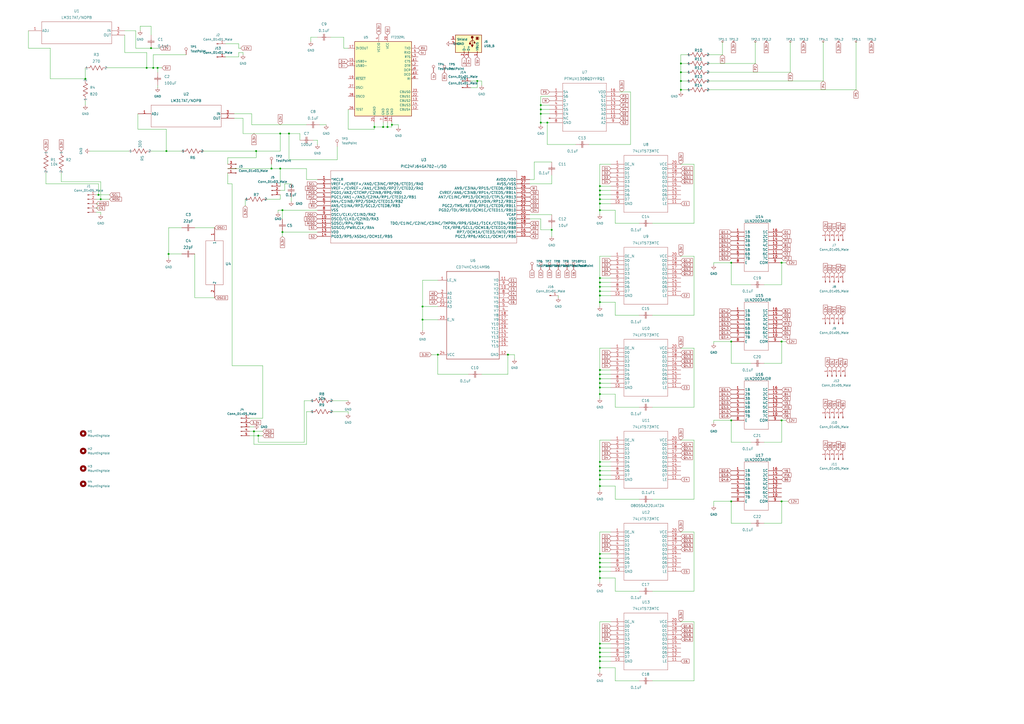
<source format=kicad_sch>
(kicad_sch (version 20211123) (generator eeschema)
  (paper "A2")
  (lib_symbols
    (symbol "2022-12-14_18-04-28:08055A220JAT2A" (pin_numbers hide) (pin_names (offset 1.651) hide)
      (property "Reference" "C" (at 3.81 3.81 0))
      (property "Value" "08055A220JAT2A" (at 3.81 -7.62 0))
      (symbol "08055A220JAT2A_1_1"
        (pin unspecified line (at 0 0 0) (length 2.54) (name "1") (number "1"))
        (pin unspecified line (at 7.62 0 180) (length 2.54) (name "2") (number "2"))
      )
    )
    (symbol "2022-12-14_18-13-08:ABLS-8.000MHZ-B2-T" (pin_names (offset 0.254))
      (property "Reference" "U" (at 20.32 10.16 0))
      (property "Value" "ABLS-8.000MHZ-B2-T" (at 20.32 7.62 0))
      (symbol "ABLS-8.000MHZ-B2-T_1_1"
        (pin unspecified line (at 0 0 0) (length 7.62) (name "1") (number "1"))
        (pin unspecified line (at 40.64 0 180) (length 7.62) (name "2") (number "2"))
      )
    )
    (symbol "2023-01-18_13-22-56:PTMUX1308QDYYRQ1" (pin_names (offset 0.254))
      (property "Reference" "U" (at 20.32 10.16 0))
      (property "Value" "PTMUX1308QDYYRQ1" (at 20.32 7.62 0))
      (symbol "PTMUX1308QDYYRQ1_1_1"
        (pin bidirectional line (at 0 0 0) (length 7.62) (name "S4") (number "1"))
        (pin bidirectional line (at 40.64 -15.24 180) (length 7.62) (name "A1") (number "10"))
        (pin bidirectional line (at 40.64 -12.7 180) (length 7.62) (name "A0") (number "11"))
        (pin bidirectional line (at 40.64 -10.16 180) (length 7.62) (name "S3") (number "12"))
        (pin bidirectional line (at 40.64 -7.62 180) (length 7.62) (name "S0") (number "13"))
        (pin bidirectional line (at 40.64 -5.08 180) (length 7.62) (name "S1") (number "14"))
        (pin bidirectional line (at 40.64 -2.54 180) (length 7.62) (name "S2") (number "15"))
        (pin power_in line (at 40.64 0 180) (length 7.62) (name "VDD") (number "16"))
        (pin bidirectional line (at 0 -2.54 0) (length 7.62) (name "S6") (number "2"))
        (pin unspecified line (at 0 -5.08 0) (length 7.62) (name "D") (number "3"))
        (pin bidirectional line (at 0 -7.62 0) (length 7.62) (name "S7") (number "4"))
        (pin bidirectional line (at 0 -10.16 0) (length 7.62) (name "S5") (number "5"))
        (pin unspecified line (at 0 -12.7 0) (length 7.62) (name "EN") (number "6"))
        (pin no_connect line (at 0 -15.24 0) (length 7.62) (name "NC") (number "7"))
        (pin power_in line (at 0 -17.78 0) (length 7.62) (name "GND") (number "8"))
        (pin bidirectional line (at 40.64 -17.78 180) (length 7.62) (name "A2") (number "9"))
      )
    )
    (symbol "74LVT573MTC:74LVT573MTC" (pin_names (offset 0.254))
      (property "Reference" "U?" (at 20.32 11.43 0))
      (property "Value" "74LVT573MTC" (at 20.32 7.62 0))
      (symbol "74LVT573MTC_1_1"
        (pin unspecified line (at 0 0 0) (length 7.62) (name "OE_N") (number "1"))
        (pin unspecified line (at 0 -22.86 0) (length 7.62) (name "GND") (number "10"))
        (pin unspecified line (at 40.64 -22.86 180) (length 7.62) (name "LE") (number "11"))
        (pin unspecified line (at 40.64 -20.32 180) (length 7.62) (name "07") (number "12"))
        (pin unspecified line (at 40.64 -17.78 180) (length 7.62) (name "06") (number "13"))
        (pin unspecified line (at 40.64 -15.24 180) (length 7.62) (name "05") (number "14"))
        (pin unspecified line (at 40.64 -12.7 180) (length 7.62) (name "04") (number "15"))
        (pin unspecified line (at 40.64 -10.16 180) (length 7.62) (name "03") (number "16"))
        (pin unspecified line (at 40.64 -7.62 180) (length 7.62) (name "02") (number "17"))
        (pin unspecified line (at 40.64 -5.08 180) (length 7.62) (name "01") (number "18"))
        (pin unspecified line (at 40.64 -2.54 180) (length 7.62) (name "O0") (number "19"))
        (pin unspecified line (at 0 -2.54 0) (length 7.62) (name "D0") (number "2"))
        (pin unspecified line (at 40.64 0 180) (length 7.62) (name "VCC") (number "20"))
        (pin unspecified line (at 0 -5.08 0) (length 7.62) (name "D1") (number "3"))
        (pin unspecified line (at 0 -7.62 0) (length 7.62) (name "D2") (number "4"))
        (pin unspecified line (at 0 -10.16 0) (length 7.62) (name "D3") (number "5"))
        (pin unspecified line (at 0 -12.7 0) (length 7.62) (name "D4") (number "6"))
        (pin unspecified line (at 0 -15.24 0) (length 7.62) (name "D5") (number "7"))
        (pin unspecified line (at 0 -17.78 0) (length 7.62) (name "D6") (number "8"))
        (pin unspecified line (at 0 -20.32 0) (length 7.62) (name "D7") (number "9"))
      )
    )
    (symbol "CD74HC4514M96:CD74HC4514M96" (pin_names (offset 0.254))
      (property "Reference" "U" (at 0 2.54 0))
      (property "Value" "CD74HC4514M96" (at 0 0 0))
      (symbol "CD74HC4514M96_1_1"
        (pin input line (at -20.32 20.32 0) (length 5.08) (name "LE_N") (number "1"))
        (pin output line (at 20.32 15.24 180) (length 5.08) (name "Y2") (number "10"))
        (pin output line (at 20.32 20.32 180) (length 5.08) (name "Y0") (number "11"))
        (pin power_in line (at 20.32 -22.86 180) (length 5.08) (name "GND") (number "12"))
        (pin output line (at 20.32 -12.7 180) (length 5.08) (name "Y13") (number "13"))
        (pin output line (at 20.32 -10.16 180) (length 5.08) (name "Y12") (number "14"))
        (pin output line (at 20.32 -17.78 180) (length 5.08) (name "Y15") (number "15"))
        (pin output line (at 20.32 -15.24 180) (length 5.08) (name "Y14") (number "16"))
        (pin output line (at 20.32 -2.54 180) (length 5.08) (name "Y9") (number "17"))
        (pin output line (at 20.32 0 180) (length 5.08) (name "Y8") (number "18"))
        (pin output line (at 20.32 -7.62 180) (length 5.08) (name "Y11") (number "19"))
        (pin input line (at -20.32 12.7 0) (length 5.08) (name "A0") (number "2"))
        (pin output line (at 20.32 -5.08 180) (length 5.08) (name "Y10") (number "20"))
        (pin input line (at -20.32 7.62 0) (length 5.08) (name "A2") (number "21"))
        (pin input line (at -20.32 5.08 0) (length 5.08) (name "A3") (number "22"))
        (pin input line (at -20.32 -2.54 0) (length 5.08) (name "E_N") (number "23"))
        (pin power_in line (at -20.32 -22.86 0) (length 5.08) (name "VCC") (number "24"))
        (pin input line (at -20.32 10.16 0) (length 5.08) (name "A1") (number "3"))
        (pin output line (at 20.32 2.54 180) (length 5.08) (name "Y7") (number "4"))
        (pin output line (at 20.32 5.08 180) (length 5.08) (name "Y6") (number "5"))
        (pin output line (at 20.32 7.62 180) (length 5.08) (name "Y5") (number "6"))
        (pin output line (at 20.32 10.16 180) (length 5.08) (name "Y4") (number "7"))
        (pin output line (at 20.32 12.7 180) (length 5.08) (name "Y3") (number "8"))
        (pin output line (at 20.32 17.78 180) (length 5.08) (name "Y1") (number "9"))
      )
    )
    (symbol "Connector:Conn_01x01_Male" (pin_names (offset 1.016) hide)
      (property "Reference" "J" (at 0 2.54 0))
      (property "Value" "Conn_01x01_Male" (at 0 -2.54 0))
      (symbol "Conn_01x01_Male_1_1"
        (pin passive line (at 5.08 0 180) (length 3.81) (name "Pin_1") (number "1"))
      )
    )
    (symbol "Connector:Conn_01x03_Male" (pin_names (offset 1.016) hide)
      (property "Reference" "J" (at 0 5.08 0))
      (property "Value" "Conn_01x03_Male" (at 0 -5.08 0))
      (symbol "Conn_01x03_Male_1_1"
        (pin passive line (at 5.08 2.54 180) (length 3.81) (name "Pin_1") (number "1"))
        (pin passive line (at 5.08 0 180) (length 3.81) (name "Pin_2") (number "2"))
        (pin passive line (at 5.08 -2.54 180) (length 3.81) (name "Pin_3") (number "3"))
      )
    )
    (symbol "Connector:Conn_01x05_Male" (pin_names (offset 1.016) hide)
      (property "Reference" "J" (at 0 7.62 0))
      (property "Value" "Conn_01x05_Male" (at 0 -7.62 0))
      (symbol "Conn_01x05_Male_1_1"
        (pin passive line (at 5.08 5.08 180) (length 3.81) (name "Pin_1") (number "1"))
        (pin passive line (at 5.08 2.54 180) (length 3.81) (name "Pin_2") (number "2"))
        (pin passive line (at 5.08 0 180) (length 3.81) (name "Pin_3") (number "3"))
        (pin passive line (at 5.08 -2.54 180) (length 3.81) (name "Pin_4") (number "4"))
        (pin passive line (at 5.08 -5.08 180) (length 3.81) (name "Pin_5") (number "5"))
      )
    )
    (symbol "Connector:TestPoint" (pin_numbers hide) (pin_names (offset 0.762) hide)
      (property "Reference" "TP" (at 0 6.858 0))
      (property "Value" "TestPoint" (at 0 5.08 0))
      (symbol "TestPoint_1_1"
        (pin passive line (at 0 0 90) (length 2.54) (name "1") (number "1"))
      )
    )
    (symbol "Connector:TestPoint_Small" (pin_numbers hide) (pin_names (offset 0.762) hide)
      (property "Reference" "TP" (at 0 3.81 0))
      (property "Value" "TestPoint_Small" (at 0 2.032 0))
      (symbol "TestPoint_Small_1_1"
        (pin passive line (at 0 0 90) (length 0) (name "1") (number "1"))
      )
    )
    (symbol "Connector:USB_B" (pin_names (offset 1.016))
      (property "Reference" "J" (at -5.08 11.43 0))
      (property "Value" "USB_B" (at -5.08 8.89 0))
      (symbol "USB_B_1_1"
        (pin power_out line (at 7.62 5.08 180) (length 2.54) (name "VBUS") (number "1"))
        (pin bidirectional line (at 7.62 -2.54 180) (length 2.54) (name "D-") (number "2"))
        (pin bidirectional line (at 7.62 0 180) (length 2.54) (name "D+") (number "3"))
        (pin power_out line (at 0 -10.16 90) (length 2.54) (name "GND") (number "4"))
        (pin passive line (at -2.54 -10.16 90) (length 2.54) (name "Shield") (number "5"))
      )
    )
    (symbol "GND_1" (power) (pin_names (offset 0))
      (property "Value" "GND_1" (at 0 -3.81 0))
      (symbol "GND_1_1_1"
        (pin power_in line (at 0 0 270) (length 0) hide (name "GND") (number "1"))
      )
    )
    (symbol "HCJ0805ZT0R00:HCJ0805ZT0R00" (pin_numbers hide) (pin_names (offset -2.54))
      (property "Reference" "R" (at 5.715 3.81 0))
      (property "Value" "HCJ0805ZT0R00" (at 6.35 -6.985 0))
      (symbol "HCJ0805ZT0R00_1_1"
        (pin unspecified line (at 0 0 0) (length 2.54) (name "1") (number "1"))
        (pin unspecified line (at 12.7 0 180) (length 2.54) (name "2") (number "2"))
      )
    )
    (symbol "Interface_USB:FT232RL"
      (property "Reference" "U" (at -16.51 22.86 0))
      (property "Value" "FT232RL" (at 10.16 22.86 0))
      (symbol "FT232RL_1_1"
        (pin output line (at 20.32 17.78 180) (length 3.81) (name "TXD") (number "1"))
        (pin input input_low (at 20.32 2.54 180) (length 3.81) (name "DCD") (number "10"))
        (pin input input_low (at 20.32 10.16 180) (length 3.81) (name "CTS") (number "11"))
        (pin bidirectional line (at 20.32 -17.78 180) (length 3.81) (name "CBUS4") (number "12"))
        (pin bidirectional line (at 20.32 -12.7 180) (length 3.81) (name "CBUS2") (number "13"))
        (pin bidirectional line (at 20.32 -15.24 180) (length 3.81) (name "CBUS3") (number "14"))
        (pin bidirectional line (at -20.32 10.16 0) (length 3.81) (name "USBD+") (number "15"))
        (pin bidirectional line (at -20.32 7.62 0) (length 3.81) (name "USBD-") (number "16"))
        (pin power_out line (at -20.32 17.78 0) (length 3.81) (name "3V3OUT") (number "17"))
        (pin power_in line (at 2.54 -25.4 90) (length 3.81) (name "GND") (number "18"))
        (pin input line (at -20.32 0 0) (length 3.81) (name "~{RESET}") (number "19"))
        (pin output output_low (at 20.32 7.62 180) (length 3.81) (name "DTR") (number "2"))
        (pin power_in line (at 2.54 25.4 270) (length 3.81) (name "VCC") (number "20"))
        (pin power_in line (at 5.08 -25.4 90) (length 3.81) (name "GND") (number "21"))
        (pin bidirectional line (at 20.32 -10.16 180) (length 3.81) (name "CBUS1") (number "22"))
        (pin bidirectional line (at 20.32 -7.62 180) (length 3.81) (name "CBUS0") (number "23"))
        (pin power_in line (at -5.08 -25.4 90) (length 3.81) (name "AGND") (number "25"))
        (pin input line (at -20.32 -17.78 0) (length 3.81) (name "TEST") (number "26"))
        (pin input line (at -20.32 -5.08 0) (length 3.81) (name "OSCI") (number "27"))
        (pin output line (at -20.32 -10.16 0) (length 3.81) (name "OSCO") (number "28"))
        (pin output output_low (at 20.32 12.7 180) (length 3.81) (name "RTS") (number "3"))
        (pin power_in line (at -2.54 25.4 270) (length 3.81) (name "VCCIO") (number "4"))
        (pin input line (at 20.32 15.24 180) (length 3.81) (name "RXD") (number "5"))
        (pin input input_low (at 20.32 0 180) (length 3.81) (name "RI") (number "6"))
        (pin power_in line (at 0 -25.4 90) (length 3.81) (name "GND") (number "7"))
        (pin input input_low (at 20.32 5.08 180) (length 3.81) (name "DCR") (number "9"))
      )
    )
    (symbol "LM317AT&slash_NOPB:LM317AT{slash}NOPB" (pin_names (offset 0.254))
      (property "Reference" "U" (at 27.94 10.16 0))
      (property "Value" "LM317AT{slash}NOPB" (at 27.94 7.62 0))
      (symbol "LM317AT{slash}NOPB_1_1"
        (pin input line (at 0 0 0) (length 7.62) (name "ADJ") (number "1"))
        (pin power_in line (at 55.88 -2.54 180) (length 7.62) (name "OUT") (number "2"))
        (pin power_in line (at 55.88 0 180) (length 7.62) (name "IN") (number "3"))
      )
    )
    (symbol "Mechanical:MountingHole" (pin_names (offset 1.016))
      (property "Reference" "H" (at 0 5.08 0))
      (property "Value" "MountingHole" (at 0 3.175 0))
    )
    (symbol "PIC24FJ64GA702-ISO:PIC24FJ64GA702-I{slash}SO" (pin_names (offset 0.254))
      (property "Reference" "U?" (at 106.68 11.43 0))
      (property "Value" "PIC24FJ64GA702-I/SO" (at 106.68 7.62 0))
      (symbol "PIC24FJ64GA702-I{slash}SO_1_1"
        (pin unspecified line (at 90.17 0 0) (length 7.62) (name "*MCLR") (number "1"))
        (pin bidirectional line (at 90.17 -22.86 0) (length 7.62) (name "OSCO/CLKO/C2IND/RA3") (number "10"))
        (pin bidirectional line (at 90.17 -25.4 0) (length 7.62) (name "SOSCI/RP4/RB4") (number "11"))
        (pin bidirectional line (at 90.17 -27.94 0) (length 7.62) (name "SOSCO/PWRLCLK/RA4") (number "12"))
        (pin power_in line (at 90.17 -30.48 0) (length 7.62) (name "VDD") (number "13"))
        (pin bidirectional line (at 90.17 -33.02 0) (length 7.62) (name "PGD3/RP5/ASDA1/OCM1E/RB5") (number "14"))
        (pin bidirectional line (at 213.36 -33.02 180) (length 7.62) (name "PGC3/RP6/ASCL1/OCM1F/RB6") (number "15"))
        (pin bidirectional line (at 213.36 -30.48 180) (length 7.62) (name "RP7/OCM1A/CTED3/INT0/RB7") (number "16"))
        (pin bidirectional line (at 213.36 -27.94 180) (length 7.62) (name "TCK/RP8/SCL1/OCM1B/CTED10/RB8") (number "17"))
        (pin bidirectional line (at 213.36 -25.4 180) (length 7.62) (name "TDO/C1INC/C2INC/C3INC/TMPRN/RP9/SDA1/T1CK/CTED4/RB9") (number "18"))
        (pin power_in line (at 213.36 -22.86 180) (length 7.62) (name "VSS") (number "19"))
        (pin bidirectional line (at 90.17 -2.54 0) (length 7.62) (name "VREF+/CVREF+/AN0/C3INC/RP26/CTED1/RA0") (number "2"))
        (pin power_in line (at 213.36 -20.32 180) (length 7.62) (name "VCAP") (number "20"))
        (pin bidirectional line (at 213.36 -17.78 180) (length 7.62) (name "PGD2/TDI/RP10/OCM1C/CTED11/RB10") (number "21"))
        (pin bidirectional line (at 213.36 -15.24 180) (length 7.62) (name "PGC2/TMS/REFI1/RP11/CTED9/RB11") (number "22"))
        (pin bidirectional line (at 213.36 -12.7 180) (length 7.62) (name "AN8/LVDIN/RP12/RB12") (number "23"))
        (pin bidirectional line (at 213.36 -10.16 180) (length 7.62) (name "AN7/C1INC/RP13/OCM1D/CTPLS/RB13") (number "24"))
        (pin bidirectional line (at 213.36 -7.62 180) (length 7.62) (name "CVREF/AN6/C3INB/RP14/CTED5/RB14") (number "25"))
        (pin bidirectional line (at 213.36 -5.08 180) (length 7.62) (name "AN9/C3INA/RP15/CTED6/RB15") (number "26"))
        (pin power_in line (at 213.36 -2.54 180) (length 7.62) (name "AVSS/VSS") (number "27"))
        (pin power_in line (at 213.36 0 180) (length 7.62) (name "AVDD/VDD") (number "28"))
        (pin bidirectional line (at 90.17 -5.08 0) (length 7.62) (name "VREF-/CVREF-/AN1/C3IND/RP27/CTED2/RA1") (number "3"))
        (pin bidirectional line (at 90.17 -7.62 0) (length 7.62) (name "PGD1/AN2/CTCMP/C2INB/RP0/RB0") (number "4"))
        (pin bidirectional line (at 90.17 -10.16 0) (length 7.62) (name "PGC1/AN1-/AN3/C2INA/RP1/CTED12/RB1") (number "5"))
        (pin bidirectional line (at 90.17 -12.7 0) (length 7.62) (name "AN4/C1INB/RP2/SDA2/CTED13/RB2") (number "6"))
        (pin bidirectional line (at 90.17 -15.24 0) (length 7.62) (name "AN5/C1INA/RP3/SCL2/CTED8/RB3") (number "7"))
        (pin power_in line (at 90.17 -17.78 0) (length 7.62) (name "VSS") (number "8"))
        (pin bidirectional line (at 90.17 -20.32 0) (length 7.62) (name "OSCI/CLKI/C1IND/RA2") (number "9"))
      )
    )
    (symbol "ULN2003AIDR:ULN2003AIDR" (pin_names (offset 0.254))
      (property "Reference" "U?" (at -27.94 29.21 0))
      (property "Value" "ULN2003AIDR" (at -27.94 25.4 0))
      (symbol "ULN2003AIDR_1_1"
        (pin unspecified line (at 15.24 0 0) (length 7.62) (name "1B") (number "1"))
        (pin unspecified line (at 44.45 -15.24 180) (length 7.62) (name "7C") (number "10"))
        (pin unspecified line (at 44.45 -12.7 180) (length 7.62) (name "6C") (number "11"))
        (pin unspecified line (at 44.45 -10.16 180) (length 7.62) (name "5C") (number "12"))
        (pin unspecified line (at 44.45 -7.62 180) (length 7.62) (name "4C") (number "13"))
        (pin unspecified line (at 44.45 -5.08 180) (length 7.62) (name "3C") (number "14"))
        (pin unspecified line (at 44.45 -2.54 180) (length 7.62) (name "2C") (number "15"))
        (pin unspecified line (at 44.45 0 180) (length 7.62) (name "1C") (number "16"))
        (pin unspecified line (at 15.24 -2.54 0) (length 7.62) (name "2B") (number "2"))
        (pin unspecified line (at 15.24 -5.08 0) (length 7.62) (name "3B") (number "3"))
        (pin unspecified line (at 15.24 -7.62 0) (length 7.62) (name "4B") (number "4"))
        (pin unspecified line (at 15.24 -10.16 0) (length 7.62) (name "5B") (number "5"))
        (pin unspecified line (at 15.24 -12.7 0) (length 7.62) (name "6B") (number "6"))
        (pin unspecified line (at 15.24 -15.24 0) (length 7.62) (name "7B") (number "7"))
        (pin unspecified line (at 15.24 -17.78 0) (length 7.62) (name "E") (number "8"))
        (pin unspecified line (at 44.45 -17.78 180) (length 7.62) (name "COM") (number "9"))
      )
    )
    (symbol "power:GND" (power) (pin_names (offset 0))
      (property "Value" "GND" (at 0 -3.81 0))
      (symbol "GND_1_1"
        (pin power_in line (at 0 0 270) (length 0) hide (name "GND") (number "1"))
      )
    )
  )
  (junction (at 147.32 250.19))
  (junction (at 162.56 97.79))
  (junction (at 313.69 63.5))
  (junction (at 347.98 168.91))
  (junction (at 347.98 270.51))
  (junction (at 58.42 115.57))
  (junction (at 347.98 375.92))
  (junction (at 347.98 222.25))
  (junction (at 347.98 378.46))
  (junction (at 227.33 72.39))
  (junction (at 347.98 331.47))
  (junction (at 313.69 71.12))
  (junction (at 87.63 27.94))
  (junction (at 394.97 36.83))
  (junction (at 347.98 161.29))
  (junction (at 347.98 281.94))
  (junction (at 347.98 107.95))
  (junction (at 163.83 134.62))
  (junction (at 347.98 115.57))
  (junction (at 394.97 41.91))
  (junction (at 49.53 45.72))
  (junction (at 347.98 224.79))
  (junction (at 347.98 118.11))
  (junction (at 294.64 205.74))
  (junction (at 347.98 273.05))
  (junction (at 347.98 228.6))
  (junction (at 163.83 121.92))
  (junction (at 313.69 60.96))
  (junction (at 347.98 175.26))
  (junction (at 167.64 77.47))
  (junction (at 347.98 323.85))
  (junction (at 453.39 152.4))
  (junction (at 453.39 290.83))
  (junction (at 217.17 73.66))
  (junction (at 224.79 73.66))
  (junction (at 276.86 46.99))
  (junction (at 254 205.74))
  (junction (at 424.18 198.12))
  (junction (at 347.98 113.03))
  (junction (at 347.98 381))
  (junction (at 347.98 278.13))
  (junction (at 57.15 113.03))
  (junction (at 317.5 71.12))
  (junction (at 347.98 383.54))
  (junction (at 245.11 185.42))
  (junction (at 347.98 387.35))
  (junction (at 347.98 267.97))
  (junction (at 347.98 275.59))
  (junction (at 97.79 147.32))
  (junction (at 424.18 152.4))
  (junction (at 347.98 163.83))
  (junction (at 320.04 133.35))
  (junction (at 347.98 219.71))
  (junction (at 394.97 52.07))
  (junction (at 222.25 73.66))
  (junction (at 88.9 39.37))
  (junction (at 453.39 198.12))
  (junction (at 424.18 243.84))
  (junction (at 313.69 66.04))
  (junction (at 347.98 326.39))
  (junction (at 245.11 177.8))
  (junction (at 347.98 217.17))
  (junction (at 85.09 39.37))
  (junction (at 394.97 46.99))
  (junction (at 424.18 290.83))
  (junction (at 347.98 166.37))
  (junction (at 453.39 243.84))
  (junction (at 347.98 373.38))
  (junction (at 91.44 39.37))
  (junction (at 148.59 87.63))
  (junction (at 149.86 252.73))
  (junction (at 162.56 77.47))
  (junction (at 347.98 171.45))
  (junction (at 347.98 321.31))
  (junction (at 347.98 121.92))
  (junction (at 347.98 328.93))
  (junction (at 347.98 214.63))
  (junction (at 157.48 97.79))
  (junction (at 96.52 87.63))
  (junction (at 347.98 335.28))
  (junction (at 347.98 110.49))
  (wire (pts (xy 443.23 256.54) (xy 453.39 256.54)))
  (wire (pts (xy 347.98 278.13) (xy 354.33 278.13)))
  (wire (pts (xy 148.59 87.63) (xy 148.59 91.44)))
  (wire (pts (xy 87.63 27.94) (xy 92.71 27.94)))
  (wire (pts (xy 163.83 134.62) (xy 184.15 134.62)))
  (wire (pts (xy 347.98 281.94) (xy 347.98 284.48)))
  (wire (pts (xy 201.93 63.5) (xy 201.93 74.93)))
  (wire (pts (xy 88.9 39.37) (xy 91.44 39.37)))
  (wire (pts (xy 81.28 15.24) (xy 87.63 15.24)))
  (wire (pts (xy 317.5 71.12) (xy 318.77 71.12)))
  (wire (pts (xy 443.23 210.82) (xy 453.39 210.82)))
  (wire (pts (xy 394.97 52.07) (xy 394.97 53.34)))
  (wire (pts (xy 354.33 201.93) (xy 347.98 201.93)))
  (wire (pts (xy 402.59 394.97) (xy 378.46 394.97)))
  (wire (pts (xy 147.32 257.81) (xy 147.32 250.19)))
  (wire (pts (xy 173.99 77.47) (xy 173.99 81.28)))
  (wire (pts (xy 162.56 97.79) (xy 177.8 97.79)))
  (wire (pts (xy 394.97 41.91) (xy 398.78 41.91)))
  (wire (pts (xy 457.2 290.83) (xy 453.39 290.83)))
  (wire (pts (xy 347.98 107.95) (xy 347.98 110.49)))
  (wire (pts (xy 347.98 275.59) (xy 347.98 278.13)))
  (wire (pts (xy 347.98 383.54) (xy 354.33 383.54)))
  (wire (pts (xy 347.98 328.93) (xy 347.98 331.47)))
  (wire (pts (xy 176.53 256.54) (xy 149.86 256.54)))
  (wire (pts (xy 144.78 242.57) (xy 152.4 242.57)))
  (wire (pts (xy 35.56 100.33) (xy 35.56 105.41)))
  (wire (pts (xy 347.98 270.51) (xy 354.33 270.51)))
  (wire (pts (xy 254 217.17) (xy 254 205.74)))
  (wire (pts (xy 222.25 73.66) (xy 224.79 73.66)))
  (wire (pts (xy 394.97 148.59) (xy 402.59 148.59)))
  (wire (pts (xy 91.44 39.37) (xy 93.98 39.37)))
  (wire (pts (xy 313.69 60.96) (xy 313.69 63.5)))
  (wire (pts (xy 424.18 152.4) (xy 414.02 152.4)))
  (wire (pts (xy 134.62 106.68) (xy 132.08 106.68)))
  (wire (pts (xy 424.18 165.1) (xy 424.18 152.4)))
  (wire (pts (xy 245.11 162.56) (xy 245.11 177.8)))
  (wire (pts (xy 313.69 72.39) (xy 313.69 71.12)))
  (wire (pts (xy 347.98 161.29) (xy 347.98 163.83)))
  (wire (pts (xy 402.59 360.68) (xy 402.59 394.97)))
  (wire (pts (xy 394.97 36.83) (xy 394.97 41.91)))
  (wire (pts (xy 347.98 148.59) (xy 347.98 161.29)))
  (wire (pts (xy 356.87 129.54) (xy 356.87 121.92)))
  (wire (pts (xy 97.79 147.32) (xy 97.79 149.86)))
  (wire (pts (xy 347.98 375.92) (xy 347.98 378.46)))
  (wire (pts (xy 162.56 115.57) (xy 162.56 113.03)))
  (wire (pts (xy 347.98 222.25) (xy 354.33 222.25)))
  (wire (pts (xy 142.24 115.57) (xy 142.24 119.38)))
  (wire (pts (xy 307.34 106.68) (xy 320.04 106.68)))
  (wire (pts (xy 453.39 256.54) (xy 453.39 243.84)))
  (wire (pts (xy 138.43 33.02) (xy 138.43 30.48)))
  (wire (pts (xy 132.08 106.68) (xy 132.08 100.33)))
  (wire (pts (xy 313.69 55.88) (xy 313.69 60.96)))
  (wire (pts (xy 78.74 17.78) (xy 78.74 27.94)))
  (wire (pts (xy 414.02 243.84) (xy 424.18 243.84)))
  (wire (pts (xy 354.33 107.95) (xy 347.98 107.95)))
  (wire (pts (xy 435.61 256.54) (xy 424.18 256.54)))
  (wire (pts (xy 57.15 118.11) (xy 55.88 118.11)))
  (wire (pts (xy 320.04 133.35) (xy 320.04 137.16)))
  (wire (pts (xy 496.57 52.07) (xy 411.48 52.07)))
  (wire (pts (xy 161.29 121.92) (xy 161.29 123.19)))
  (wire (pts (xy 149.86 256.54) (xy 149.86 252.73)))
  (wire (pts (xy 167.64 77.47) (xy 173.99 77.47)))
  (wire (pts (xy 107.95 31.75) (xy 88.9 31.75)))
  (wire (pts (xy 162.56 77.47) (xy 162.56 87.63)))
  (wire (pts (xy 402.59 95.25) (xy 402.59 129.54)))
  (wire (pts (xy 309.88 104.14) (xy 309.88 93.98)))
  (wire (pts (xy 347.98 118.11) (xy 354.33 118.11)))
  (wire (pts (xy 91.44 39.37) (xy 91.44 41.91)))
  (wire (pts (xy 347.98 115.57) (xy 354.33 115.57)))
  (wire (pts (xy 134.62 212.09) (xy 134.62 106.68)))
  (wire (pts (xy 91.44 49.53) (xy 91.44 50.8)))
  (wire (pts (xy 347.98 175.26) (xy 347.98 177.8)))
  (wire (pts (xy 411.48 36.83) (xy 438.15 36.83)))
  (wire (pts (xy 132.08 91.44) (xy 132.08 95.25)))
  (wire (pts (xy 185.42 72.39) (xy 189.23 72.39)))
  (wire (pts (xy 347.98 373.38) (xy 347.98 375.92)))
  (wire (pts (xy 180.34 21.59) (xy 184.15 21.59)))
  (wire (pts (xy 154.94 115.57) (xy 162.56 115.57)))
  (wire (pts (xy 347.98 381) (xy 347.98 383.54)))
  (wire (pts (xy 132.08 97.79) (xy 157.48 97.79)))
  (wire (pts (xy 347.98 331.47) (xy 347.98 335.28)))
  (wire (pts (xy 347.98 378.46) (xy 347.98 381)))
  (wire (pts (xy 167.64 92.71) (xy 167.64 77.47)))
  (wire (pts (xy 370.84 129.54) (xy 356.87 129.54)))
  (wire (pts (xy 320.04 132.08) (xy 320.04 133.35)))
  (wire (pts (xy 144.78 250.19) (xy 147.32 250.19)))
  (wire (pts (xy 370.84 289.56) (xy 356.87 289.56)))
  (wire (pts (xy 347.98 387.35) (xy 347.98 389.89)))
  (wire (pts (xy 62.23 39.37) (xy 85.09 39.37)))
  (wire (pts (xy 394.97 46.99) (xy 394.97 52.07)))
  (wire (pts (xy 193.04 232.41) (xy 201.93 232.41)))
  (wire (pts (xy 347.98 163.83) (xy 354.33 163.83)))
  (wire (pts (xy 162.56 77.47) (xy 167.64 77.47)))
  (wire (pts (xy 245.11 185.42) (xy 254 185.42)))
  (wire (pts (xy 245.11 177.8) (xy 245.11 185.42)))
  (wire (pts (xy 162.56 97.79) (xy 162.56 107.95)))
  (wire (pts (xy 80.01 66.04) (xy 80.01 74.93)))
  (wire (pts (xy 398.78 46.99) (xy 394.97 46.99)))
  (wire (pts (xy 394.97 41.91) (xy 394.97 46.99)))
  (wire (pts (xy 414.02 290.83) (xy 414.02 293.37)))
  (wire (pts (xy 453.39 210.82) (xy 453.39 198.12)))
  (wire (pts (xy 347.98 115.57) (xy 347.98 118.11)))
  (wire (pts (xy 402.59 148.59) (xy 402.59 182.88)))
  (wire (pts (xy 227.33 73.66) (xy 227.33 72.39)))
  (wire (pts (xy 347.98 381) (xy 354.33 381)))
  (wire (pts (xy 313.69 71.12) (xy 317.5 71.12)))
  (wire (pts (xy 411.48 41.91) (xy 458.47 41.91)))
  (wire (pts (xy 130.81 33.02) (xy 138.43 33.02)))
  (wire (pts (xy 222.25 71.12) (xy 222.25 73.66)))
  (wire (pts (xy 402.59 201.93) (xy 402.59 236.22)))
  (wire (pts (xy 402.59 289.56) (xy 378.46 289.56)))
  (wire (pts (xy 157.48 95.25) (xy 157.48 97.79)))
  (wire (pts (xy 354.33 214.63) (xy 347.98 214.63)))
  (wire (pts (xy 347.98 171.45) (xy 347.98 175.26)))
  (wire (pts (xy 453.39 165.1) (xy 453.39 152.4)))
  (wire (pts (xy 435.61 303.53) (xy 424.18 303.53)))
  (wire (pts (xy 35.56 105.41) (xy 58.42 105.41)))
  (wire (pts (xy 317.5 83.82) (xy 317.5 71.12)))
  (wire (pts (xy 193.04 238.76) (xy 201.93 238.76)))
  (wire (pts (xy 365.76 83.82) (xy 365.76 53.34)))
  (wire (pts (xy 394.97 31.75) (xy 394.97 36.83)))
  (wire (pts (xy 184.15 104.14) (xy 177.8 104.14)))
  (wire (pts (xy 347.98 255.27) (xy 347.98 267.97)))
  (wire (pts (xy 29.21 27.94) (xy 16.51 27.94)))
  (wire (pts (xy 411.48 46.99) (xy 477.52 46.99)))
  (wire (pts (xy 57.15 106.68) (xy 57.15 113.03)))
  (wire (pts (xy 140.97 77.47) (xy 162.56 77.47)))
  (wire (pts (xy 152.4 212.09) (xy 134.62 212.09)))
  (wire (pts (xy 49.53 58.42) (xy 49.53 60.96)))
  (wire (pts (xy 58.42 123.19) (xy 58.42 124.46)))
  (wire (pts (xy 113.03 132.08) (xy 124.46 132.08)))
  (wire (pts (xy 273.05 50.8) (xy 276.86 50.8)))
  (wire (pts (xy 347.98 163.83) (xy 347.98 166.37)))
  (wire (pts (xy 347.98 278.13) (xy 347.98 281.94)))
  (wire (pts (xy 113.03 172.72) (xy 124.46 172.72)))
  (wire (pts (xy 195.58 92.71) (xy 167.64 92.71)))
  (wire (pts (xy 414.02 152.4) (xy 414.02 153.67)))
  (wire (pts (xy 359.41 53.34) (xy 365.76 53.34)))
  (wire (pts (xy 250.19 205.74) (xy 254 205.74)))
  (wire (pts (xy 181.61 81.28) (xy 184.15 81.28)))
  (wire (pts (xy 57.15 120.65) (xy 55.88 120.65)))
  (wire (pts (xy 458.47 41.91) (xy 458.47 24.13)))
  (wire (pts (xy 313.69 60.96) (xy 318.77 60.96)))
  (wire (pts (xy 347.98 222.25) (xy 347.98 224.79)))
  (wire (pts (xy 347.98 323.85) (xy 354.33 323.85)))
  (wire (pts (xy 356.87 228.6) (xy 347.98 228.6)))
  (wire (pts (xy 347.98 95.25) (xy 347.98 107.95)))
  (wire (pts (xy 334.01 83.82) (xy 317.5 83.82)))
  (wire (pts (xy 146.05 72.39) (xy 146.05 66.04)))
  (wire (pts (xy 394.97 255.27) (xy 402.59 255.27)))
  (wire (pts (xy 347.98 378.46) (xy 354.33 378.46)))
  (wire (pts (xy 402.59 308.61) (xy 402.59 342.9)))
  (wire (pts (xy 294.64 217.17) (xy 294.64 205.74)))
  (wire (pts (xy 309.88 93.98) (xy 320.04 93.98)))
  (wire (pts (xy 168.91 106.68) (xy 165.1 106.68)))
  (wire (pts (xy 419.1 31.75) (xy 419.1 24.13)))
  (wire (pts (xy 347.98 166.37) (xy 354.33 166.37)))
  (wire (pts (xy 279.4 217.17) (xy 294.64 217.17)))
  (wire (pts (xy 176.53 232.41) (xy 176.53 256.54)))
  (wire (pts (xy 370.84 394.97) (xy 356.87 394.97)))
  (wire (pts (xy 347.98 273.05) (xy 354.33 273.05)))
  (wire (pts (xy 347.98 113.03) (xy 354.33 113.03)))
  (wire (pts (xy 347.98 113.03) (xy 347.98 115.57)))
  (wire (pts (xy 199.39 21.59) (xy 199.39 27.94)))
  (wire (pts (xy 347.98 166.37) (xy 347.98 168.91)))
  (wire (pts (xy 496.57 24.13) (xy 496.57 52.07)))
  (wire (pts (xy 347.98 375.92) (xy 354.33 375.92)))
  (wire (pts (xy 148.59 87.63) (xy 162.56 87.63)))
  (wire (pts (xy 165.1 110.49) (xy 162.56 110.49)))
  (wire (pts (xy 199.39 27.94) (xy 201.93 27.94)))
  (wire (pts (xy 201.93 238.76) (xy 201.93 240.03)))
  (wire (pts (xy 347.98 335.28) (xy 347.98 337.82)))
  (wire (pts (xy 105.41 132.08) (xy 97.79 132.08)))
  (wire (pts (xy 195.58 85.09) (xy 195.58 92.71)))
  (wire (pts (xy 402.59 342.9) (xy 378.46 342.9)))
  (wire (pts (xy 435.61 210.82) (xy 424.18 210.82)))
  (wire (pts (xy 135.89 68.58) (xy 140.97 68.58)))
  (wire (pts (xy 26.67 100.33) (xy 26.67 106.68)))
  (wire (pts (xy 347.98 326.39) (xy 354.33 326.39)))
  (wire (pts (xy 191.77 21.59) (xy 199.39 21.59)))
  (wire (pts (xy 16.51 17.78) (xy 16.51 27.94)))
  (wire (pts (xy 52.07 87.63) (xy 74.93 87.63)))
  (wire (pts (xy 354.33 267.97) (xy 347.98 267.97)))
  (wire (pts (xy 163.83 121.92) (xy 161.29 121.92)))
  (wire (pts (xy 347.98 326.39) (xy 347.98 328.93)))
  (wire (pts (xy 424.18 210.82) (xy 424.18 198.12)))
  (wire (pts (xy 347.98 214.63) (xy 347.98 217.17)))
  (wire (pts (xy 424.18 256.54) (xy 424.18 243.84)))
  (wire (pts (xy 402.59 255.27) (xy 402.59 289.56)))
  (wire (pts (xy 414.02 198.12) (xy 424.18 198.12)))
  (wire (pts (xy 347.98 171.45) (xy 354.33 171.45)))
  (wire (pts (xy 347.98 168.91) (xy 354.33 168.91)))
  (wire (pts (xy 85.09 39.37) (xy 88.9 39.37)))
  (wire (pts (xy 354.33 360.68) (xy 347.98 360.68)))
  (wire (pts (xy 356.87 394.97) (xy 356.87 387.35)))
  (wire (pts (xy 356.87 342.9) (xy 356.87 335.28)))
  (wire (pts (xy 347.98 219.71) (xy 354.33 219.71)))
  (wire (pts (xy 85.09 30.48) (xy 85.09 39.37)))
  (wire (pts (xy 144.78 247.65) (xy 147.32 247.65)))
  (wire (pts (xy 58.42 115.57) (xy 63.5 115.57)))
  (wire (pts (xy 157.48 97.79) (xy 162.56 97.79)))
  (wire (pts (xy 49.53 45.72) (xy 49.53 39.37)))
  (wire (pts (xy 245.11 177.8) (xy 254 177.8)))
  (wire (pts (xy 177.8 238.76) (xy 177.8 257.81)))
  (wire (pts (xy 347.98 224.79) (xy 354.33 224.79)))
  (wire (pts (xy 347.98 267.97) (xy 347.98 270.51)))
  (wire (pts (xy 347.98 321.31) (xy 347.98 323.85)))
  (wire (pts (xy 394.97 52.07) (xy 398.78 52.07)))
  (wire (pts (xy 29.21 45.72) (xy 49.53 45.72)))
  (wire (pts (xy 245.11 185.42) (xy 245.11 191.77)))
  (wire (pts (xy 163.83 134.62) (xy 163.83 137.16)))
  (wire (pts (xy 435.61 165.1) (xy 424.18 165.1)))
  (wire (pts (xy 168.91 114.3) (xy 168.91 116.84)))
  (wire (pts (xy 138.43 25.4) (xy 130.81 25.4)))
  (wire (pts (xy 356.87 281.94) (xy 347.98 281.94)))
  (wire (pts (xy 347.98 331.47) (xy 354.33 331.47)))
  (wire (pts (xy 231.14 73.66) (xy 231.14 72.39)))
  (wire (pts (xy 394.97 360.68) (xy 402.59 360.68)))
  (wire (pts (xy 57.15 113.03) (xy 63.5 113.03)))
  (wire (pts (xy 224.79 73.66) (xy 227.33 73.66)))
  (wire (pts (xy 354.33 255.27) (xy 347.98 255.27)))
  (wire (pts (xy 201.93 74.93) (xy 217.17 74.93)))
  (wire (pts (xy 96.52 74.93) (xy 96.52 87.63)))
  (wire (pts (xy 347.98 308.61) (xy 347.98 321.31)))
  (wire (pts (xy 140.97 30.48) (xy 140.97 31.75)))
  (wire (pts (xy 347.98 118.11) (xy 347.98 121.92)))
  (wire (pts (xy 231.14 72.39) (xy 227.33 72.39)))
  (wire (pts (xy 347.98 121.92) (xy 347.98 124.46)))
  (wire (pts (xy 313.69 66.04) (xy 313.69 71.12)))
  (wire (pts (xy 398.78 31.75) (xy 394.97 31.75)))
  (wire (pts (xy 273.05 46.99) (xy 276.86 46.99)))
  (wire (pts (xy 87.63 15.24) (xy 87.63 20.32)))
  (wire (pts (xy 370.84 236.22) (xy 356.87 236.22)))
  (wire (pts (xy 72.39 20.32) (xy 72.39 30.48)))
  (wire (pts (xy 96.52 74.93) (xy 80.01 74.93)))
  (wire (pts (xy 224.79 71.12) (xy 224.79 73.66)))
  (wire (pts (xy 217.17 71.12) (xy 217.17 73.66)))
  (wire (pts (xy 414.02 243.84) (xy 414.02 245.11)))
  (wire (pts (xy 455.93 152.4) (xy 453.39 152.4)))
  (wire (pts (xy 411.48 31.75) (xy 419.1 31.75)))
  (wire (pts (xy 81.28 17.78) (xy 81.28 15.24)))
  (wire (pts (xy 394.97 308.61) (xy 402.59 308.61)))
  (wire (pts (xy 138.43 27.94) (xy 139.7 27.94)))
  (wire (pts (xy 149.86 252.73) (xy 152.4 252.73)))
  (wire (pts (xy 356.87 175.26) (xy 347.98 175.26)))
  (wire (pts (xy 354.33 373.38) (xy 347.98 373.38)))
  (wire (pts (xy 177.8 257.81) (xy 147.32 257.81)))
  (wire (pts (xy 96.52 87.63) (xy 105.41 87.63)))
  (wire (pts (xy 105.41 147.32) (xy 97.79 147.32)))
  (wire (pts (xy 477.52 46.99) (xy 477.52 24.13)))
  (wire (pts (xy 58.42 105.41) (xy 58.42 115.57)))
  (wire (pts (xy 347.98 275.59) (xy 354.33 275.59)))
  (wire (pts (xy 276.86 46.99) (xy 279.4 46.99)))
  (wire (pts (xy 402.59 182.88) (xy 378.46 182.88)))
  (wire (pts (xy 97.79 132.08) (xy 97.79 147.32)))
  (wire (pts (xy 180.34 24.13) (xy 180.34 21.59)))
  (wire (pts (xy 370.84 342.9) (xy 356.87 342.9)))
  (wire (pts (xy 298.45 208.28) (xy 298.45 205.74)))
  (wire (pts (xy 163.83 121.92) (xy 163.83 127)))
  (wire (pts (xy 414.02 290.83) (xy 424.18 290.83)))
  (wire (pts (xy 72.39 17.78) (xy 78.74 17.78)))
  (wire (pts (xy 276.86 50.8) (xy 276.86 46.99)))
  (wire (pts (xy 55.88 123.19) (xy 58.42 123.19)))
  (wire (pts (xy 347.98 383.54) (xy 347.98 387.35)))
  (wire (pts (xy 138.43 27.94) (xy 138.43 25.4)))
  (wire (pts (xy 455.93 243.84) (xy 453.39 243.84)))
  (wire (pts (xy 347.98 217.17) (xy 354.33 217.17)))
  (wire (pts (xy 165.1 106.68) (xy 165.1 110.49)))
  (wire (pts (xy 55.88 113.03) (xy 57.15 113.03)))
  (wire (pts (xy 414.02 198.12) (xy 414.02 199.39)))
  (wire (pts (xy 217.17 73.66) (xy 222.25 73.66)))
  (wire (pts (xy 354.33 95.25) (xy 347.98 95.25)))
  (wire (pts (xy 347.98 219.71) (xy 347.98 222.25)))
  (wire (pts (xy 147.32 250.19) (xy 152.4 250.19)))
  (wire (pts (xy 356.87 387.35) (xy 347.98 387.35)))
  (wire (pts (xy 320.04 133.35) (xy 313.69 133.35)))
  (wire (pts (xy 443.23 303.53) (xy 453.39 303.53)))
  (wire (pts (xy 148.59 91.44) (xy 132.08 91.44)))
  (wire (pts (xy 394.97 201.93) (xy 402.59 201.93)))
  (wire (pts (xy 78.74 27.94) (xy 87.63 27.94)))
  (wire (pts (xy 443.23 165.1) (xy 453.39 165.1)))
  (wire (pts (xy 177.8 97.79) (xy 177.8 104.14)))
  (wire (pts (xy 307.34 104.14) (xy 309.88 104.14)))
  (wire (pts (xy 29.21 27.94) (xy 29.21 45.72)))
  (wire (pts (xy 356.87 182.88) (xy 356.87 175.26)))
  (wire (pts (xy 347.98 110.49) (xy 354.33 110.49)))
  (wire (pts (xy 307.34 124.46) (xy 320.04 124.46)))
  (wire (pts (xy 217.17 74.93) (xy 217.17 73.66)))
  (wire (pts (xy 354.33 321.31) (xy 347.98 321.31)))
  (wire (pts (xy 347.98 217.17) (xy 347.98 219.71)))
  (wire (pts (xy 370.84 182.88) (xy 356.87 182.88)))
  (wire (pts (xy 313.69 133.35) (xy 313.69 127)))
  (wire (pts (xy 347.98 224.79) (xy 347.98 228.6)))
  (wire (pts (xy 323.85 171.45) (xy 323.85 172.72)))
  (wire (pts (xy 394.97 95.25) (xy 402.59 95.25)))
  (wire (pts (xy 341.63 83.82) (xy 365.76 83.82)))
  (wire (pts (xy 245.11 162.56) (xy 254 162.56)))
  (wire (pts (xy 55.88 115.57) (xy 58.42 115.57)))
  (wire (pts (xy 72.39 30.48) (xy 85.09 30.48)))
  (wire (pts (xy 356.87 289.56) (xy 356.87 281.94)))
  (wire (pts (xy 354.33 148.59) (xy 347.98 148.59)))
  (wire (pts (xy 347.98 168.91) (xy 347.98 171.45)))
  (wire (pts (xy 347.98 110.49) (xy 347.98 113.03)))
  (wire (pts (xy 356.87 236.22) (xy 356.87 228.6)))
  (wire (pts (xy 402.59 236.22) (xy 378.46 236.22)))
  (wire (pts (xy 453.39 290.83) (xy 453.39 303.53)))
  (wire (pts (xy 347.98 328.93) (xy 354.33 328.93)))
  (wire (pts (xy 394.97 36.83) (xy 398.78 36.83)))
  (wire (pts (xy 271.78 217.17) (xy 254 217.17)))
  (wire (pts (xy 152.4 242.57) (xy 152.4 212.09)))
  (wire (pts (xy 113.03 147.32) (xy 113.03 172.72)))
  (wire (pts (xy 163.83 121.92) (xy 184.15 121.92)))
  (wire (pts (xy 184.15 81.28) (xy 184.15 83.82)))
  (wire (pts (xy 318.77 55.88) (xy 313.69 55.88)))
  (wire (pts (xy 313.69 66.04) (xy 318.77 66.04)))
  (wire (pts (xy 356.87 335.28) (xy 347.98 335.28)))
  (wire (pts (xy 140.97 68.58) (xy 140.97 77.47)))
  (wire (pts (xy 279.4 46.99) (xy 279.4 49.53)))
  (wire (pts (xy 298.45 205.74) (xy 294.64 205.74)))
  (wire (pts (xy 347.98 273.05) (xy 347.98 275.59)))
  (wire (pts (xy 176.53 232.41) (xy 180.34 232.41)))
  (wire (pts (xy 177.8 238.76) (xy 180.34 238.76)))
  (wire (pts (xy 354.33 308.61) (xy 347.98 308.61)))
  (wire (pts (xy 88.9 31.75) (xy 88.9 39.37)))
  (wire (pts (xy 438.15 36.83) (xy 438.15 24.13)))
  (wire (pts (xy 313.69 63.5) (xy 318.77 63.5)))
  (wire (pts (xy 313.69 63.5) (xy 313.69 66.04)))
  (wire (pts (xy 138.43 30.48) (xy 140.97 30.48)))
  (wire (pts (xy 313.69 127) (xy 307.34 127)))
  (wire (pts (xy 144.78 252.73) (xy 149.86 252.73)))
  (wire (pts (xy 227.33 72.39) (xy 227.33 71.12)))
  (wire (pts (xy 135.89 66.04) (xy 146.05 66.04)))
  (wire (pts (xy 347.98 360.68) (xy 347.98 373.38)))
  (wire (pts (xy 146.05 72.39) (xy 177.8 72.39)))
  (wire (pts (xy 118.11 87.63) (xy 148.59 87.63)))
  (wire (pts (xy 347.98 201.93) (xy 347.98 214.63)))
  (wire (pts (xy 87.63 87.63) (xy 96.52 87.63)))
  (wire (pts (xy 347.98 323.85) (xy 347.98 326.39)))
  (wire (pts (xy 26.67 106.68) (xy 57.15 106.68)))
  (wire (pts (xy 455.93 198.12) (xy 453.39 198.12)))
  (wire (pts (xy 347.98 228.6) (xy 347.98 231.14)))
  (wire (pts (xy 424.18 303.53) (xy 424.18 290.83)))
  (wire (pts (xy 354.33 161.29) (xy 347.98 161.29)))
  (wire (pts (xy 320.04 106.68) (xy 320.04 101.6)))
  (wire (pts (xy 402.59 129.54) (xy 378.46 129.54)))
  (wire (pts (xy 356.87 121.92) (xy 347.98 121.92)))
  (wire (pts (xy 347.98 270.51) (xy 347.98 273.05)))
  (global_label "3.3V" (shape input) (at 26.67 87.63 90) (property "Intersheet References" "${INTERSHEET_REFS}" (effects hide)))
  (global_label "B5" (shape input) (at 488.95 237.49 90) (property "Intersheet References" "${INTERSHEET_REFS}" (effects hide)))
  (global_label "12V" (shape input) (at 139.7 27.94 0) (property "Intersheet References" "${INTERSHEET_REFS}" (effects hide)))
  (global_label "12V" (shape input) (at 455.93 152.4 0) (property "Intersheet References" "${INTERSHEET_REFS}" (effects hide)))
  (global_label "PI6" (shape input) (at 453.39 275.59 0) (property "Intersheet References" "${INTERSHEET_REFS}" (effects hide)))
  (global_label "Q2.6" (shape input) (at 394.97 365.76 0) (property "Intersheet References" "${INTERSHEET_REFS}" (effects hide)))
  (global_label "3.3V" (shape input) (at 394.97 360.68 90) (property "Intersheet References" "${INTERSHEET_REFS}" (effects hide)))
  (global_label "PI1" (shape input) (at 453.39 139.7 0) (property "Intersheet References" "${INTERSHEET_REFS}" (effects hide)))
  (global_label "D1" (shape input) (at 354.33 311.15 180) (property "Intersheet References" "${INTERSHEET_REFS}" (effects hide)))
  (global_label "12V" (shape input) (at 480.06 213.36 90) (property "Intersheet References" "${INTERSHEET_REFS}" (effects hide)))
  (global_label "D4" (shape input) (at 354.33 318.77 180) (property "Intersheet References" "${INTERSHEET_REFS}" (effects hide)))
  (global_label "E4" (shape input) (at 323.85 156.21 270) (property "Intersheet References" "${INTERSHEET_REFS}" (effects hide)))
  (global_label "S2" (shape input) (at 359.41 71.12 0) (property "Intersheet References" "${INTERSHEET_REFS}" (effects hide)))
  (global_label "Q3.4" (shape input) (at 394.97 262.89 0) (property "Intersheet References" "${INTERSHEET_REFS}" (effects hide)))
  (global_label "3.3V" (shape input) (at 35.56 87.63 90) (property "Intersheet References" "${INTERSHEET_REFS}" (effects hide)))
  (global_label "Q1.2" (shape input) (at 394.97 151.13 0) (property "Intersheet References" "${INTERSHEET_REFS}" (effects hide)))
  (global_label "OSCI" (shape input) (at 184.15 124.46 180) (property "Intersheet References" "${INTERSHEET_REFS}" (effects hide)))
  (global_label "Q1.6" (shape input) (at 424.18 241.3 180) (property "Intersheet References" "${INTERSHEET_REFS}" (effects hide)))
  (global_label "3.3V" (shape input) (at 394.97 201.93 90) (property "Intersheet References" "${INTERSHEET_REFS}" (effects hide)))
  (global_label "O4" (shape input) (at 453.39 193.04 0) (property "Intersheet References" "${INTERSHEET_REFS}" (effects hide)))
  (global_label "P3" (shape input) (at 458.47 41.91 270) (property "Intersheet References" "${INTERSHEET_REFS}" (effects hide)))
  (global_label "Q4.6" (shape input) (at 394.97 370.84 0) (property "Intersheet References" "${INTERSHEET_REFS}" (effects hide)))
  (global_label "PI2" (shape input) (at 453.39 149.86 0) (property "Intersheet References" "${INTERSHEET_REFS}" (effects hide)))
  (global_label "12V" (shape input) (at 478.79 134.62 90) (property "Intersheet References" "${INTERSHEET_REFS}" (effects hide)))
  (global_label "Y3" (shape input) (at 453.39 185.42 0) (property "Intersheet References" "${INTERSHEET_REFS}" (effects hide)))
  (global_label "Q2.3" (shape input) (at 394.97 207.01 0) (property "Intersheet References" "${INTERSHEET_REFS}" (effects hide)))
  (global_label "PGD" (shape input) (at 152.4 250.19 0) (property "Intersheet References" "${INTERSHEET_REFS}" (effects hide)))
  (global_label "D3" (shape input) (at 354.33 102.87 180) (property "Intersheet References" "${INTERSHEET_REFS}" (effects hide)))
  (global_label "D+" (shape input) (at 201.93 35.56 180) (property "Intersheet References" "${INTERSHEET_REFS}" (effects hide)))
  (global_label "A2" (shape input) (at 254 175.26 180) (property "Intersheet References" "${INTERSHEET_REFS}" (effects hide)))
  (global_label "M" (shape input) (at 318.77 58.42 180) (property "Intersheet References" "${INTERSHEET_REFS}" (effects hide)))
  (global_label "P2" (shape input) (at 438.15 36.83 270) (property "Intersheet References" "${INTERSHEET_REFS}" (effects hide)))
  (global_label "Q4.6" (shape input) (at 424.18 278.13 180) (property "Intersheet References" "${INTERSHEET_REFS}" (effects hide)))
  (global_label "E4" (shape input) (at 294.64 170.18 0) (property "Intersheet References" "${INTERSHEET_REFS}" (effects hide)))
  (global_label "D1" (shape input) (at 354.33 204.47 180) (property "Intersheet References" "${INTERSHEET_REFS}" (effects hide)))
  (global_label "E2" (shape input) (at 294.64 165.1 0) (property "Intersheet References" "${INTERSHEET_REFS}" (effects hide)))
  (global_label "Q2.1" (shape input) (at 394.97 100.33 0) (property "Intersheet References" "${INTERSHEET_REFS}" (effects hide)))
  (global_label "A1" (shape input) (at 254 172.72 180) (property "Intersheet References" "${INTERSHEET_REFS}" (effects hide)))
  (global_label "D1" (shape input) (at 354.33 257.81 180) (property "Intersheet References" "${INTERSHEET_REFS}" (effects hide)))
  (global_label "12V" (shape input) (at 162.56 72.39 90) (property "Intersheet References" "${INTERSHEET_REFS}" (effects hide)))
  (global_label "B4" (shape input) (at 453.39 228.6 0) (property "Intersheet References" "${INTERSHEET_REFS}" (effects hide)))
  (global_label "O6" (shape input) (at 453.39 241.3 0) (property "Intersheet References" "${INTERSHEET_REFS}" (effects hide)))
  (global_label "12V" (shape input) (at 92.71 27.94 0) (property "Intersheet References" "${INTERSHEET_REFS}" (effects hide)))
  (global_label "D3" (shape input) (at 354.33 209.55 180) (property "Intersheet References" "${INTERSHEET_REFS}" (effects hide)))
  (global_label "B6" (shape input) (at 453.39 278.13 0) (property "Intersheet References" "${INTERSHEET_REFS}" (effects hide)))
  (global_label "Q1.1" (shape input) (at 424.18 134.62 180) (property "Intersheet References" "${INTERSHEET_REFS}" (effects hide)))
  (global_label "E6" (shape input) (at 332.74 156.21 270) (property "Intersheet References" "${INTERSHEET_REFS}" (effects hide)))
  (global_label "E3" (shape input) (at 294.64 167.64 0) (property "Intersheet References" "${INTERSHEET_REFS}" (effects hide)))
  (global_label "B1" (shape input) (at 488.95 134.62 90) (property "Intersheet References" "${INTERSHEET_REFS}" (effects hide)))
  (global_label "P1" (shape input) (at 359.41 60.96 0) (property "Intersheet References" "${INTERSHEET_REFS}" (effects hide)))
  (global_label "D2" (shape input) (at 354.33 100.33 180) (property "Intersheet References" "${INTERSHEET_REFS}" (effects hide)))
  (global_label "Y6" (shape input) (at 483.87 261.62 90) (property "Intersheet References" "${INTERSHEET_REFS}" (effects hide)))
  (global_label "S1" (shape input) (at 359.41 68.58 0) (property "Intersheet References" "${INTERSHEET_REFS}" (effects hide)))
  (global_label "Q2.2" (shape input) (at 424.18 147.32 180) (property "Intersheet References" "${INTERSHEET_REFS}" (effects hide)))
  (global_label "3.3V" (shape input) (at 394.97 95.25 90) (property "Intersheet References" "${INTERSHEET_REFS}" (effects hide)))
  (global_label "3.3V" (shape input) (at 144.78 245.11 0) (property "Intersheet References" "${INTERSHEET_REFS}" (effects hide)))
  (global_label "PI5" (shape input) (at 453.39 236.22 0) (property "Intersheet References" "${INTERSHEET_REFS}" (effects hide)))
  (global_label "Q1.6" (shape input) (at 394.97 363.22 0) (property "Intersheet References" "${INTERSHEET_REFS}" (effects hide)))
  (global_label "O6" (shape input) (at 481.33 261.62 90) (property "Intersheet References" "${INTERSHEET_REFS}" (effects hide)))
  (global_label "12V" (shape input) (at 478.79 261.62 90) (property "Intersheet References" "${INTERSHEET_REFS}" (effects hide)))
  (global_label "Q4.4" (shape input) (at 424.18 228.6 180) (property "Intersheet References" "${INTERSHEET_REFS}" (effects hide)))
  (global_label "PI3" (shape input) (at 486.41 182.88 90) (property "Intersheet References" "${INTERSHEET_REFS}" (effects hide)))
  (global_label "E2" (shape input) (at 313.69 156.21 270) (property "Intersheet References" "${INTERSHEET_REFS}" (effects hide)))
  (global_label "Y1" (shape input) (at 453.39 137.16 0) (property "Intersheet References" "${INTERSHEET_REFS}" (effects hide)))
  (global_label "B3" (shape input) (at 453.39 190.5 0) (property "Intersheet References" "${INTERSHEET_REFS}" (effects hide)))
  (global_label "Q3.6" (shape input) (at 394.97 368.3 0) (property "Intersheet References" "${INTERSHEET_REFS}" (effects hide)))
  (global_label "RX" (shape input) (at 257.81 41.91 270) (property "Intersheet References" "${INTERSHEET_REFS}" (effects hide)))
  (global_label "P5" (shape input) (at 318.77 53.34 180) (property "Intersheet References" "${INTERSHEET_REFS}" (effects hide)))
  (global_label "D4" (shape input) (at 307.34 121.92 0) (property "Intersheet References" "${INTERSHEET_REFS}" (effects hide)))
  (global_label "P4" (shape input) (at 477.52 46.99 270) (property "Intersheet References" "${INTERSHEET_REFS}" (effects hide)))
  (global_label "S1" (shape input) (at 184.15 132.08 180) (property "Intersheet References" "${INTERSHEET_REFS}" (effects hide)))
  (global_label "MISO" (shape input) (at 55.88 118.11 0) (property "Intersheet References" "${INTERSHEET_REFS}" (effects hide)))
  (global_label "PI4" (shape input) (at 487.68 213.36 90) (property "Intersheet References" "${INTERSHEET_REFS}" (effects hide)))
  (global_label "CS" (shape input) (at 55.88 120.65 0) (property "Intersheet References" "${INTERSHEET_REFS}" (effects hide)))
  (global_label "tx" (shape input) (at 251.46 41.91 270) (property "Intersheet References" "${INTERSHEET_REFS}" (effects hide)))
  (global_label "Q2.5" (shape input) (at 394.97 313.69 0) (property "Intersheet References" "${INTERSHEET_REFS}" (effects hide)))
  (global_label "D1" (shape input) (at 354.33 363.22 180) (property "Intersheet References" "${INTERSHEET_REFS}" (effects hide)))
  (global_label "tx" (shape input) (at 184.15 116.84 180) (property "Intersheet References" "${INTERSHEET_REFS}" (effects hide)))
  (global_label "Q4.1" (shape input) (at 424.18 142.24 180) (property "Intersheet References" "${INTERSHEET_REFS}" (effects hide)))
  (global_label "D4" (shape input) (at 354.33 105.41 180) (property "Intersheet References" "${INTERSHEET_REFS}" (effects hide)))
  (global_label "D1" (shape input) (at 307.34 114.3 0) (property "Intersheet References" "${INTERSHEET_REFS}" (effects hide)))
  (global_label "D2" (shape input) (at 354.33 313.69 180) (property "Intersheet References" "${INTERSHEET_REFS}" (effects hide)))
  (global_label "E6" (shape input) (at 294.64 175.26 0) (property "Intersheet References" "${INTERSHEET_REFS}" (effects hide)))
  (global_label "Q3.4" (shape input) (at 424.18 226.06 180) (property "Intersheet References" "${INTERSHEET_REFS}" (effects hide)))
  (global_label "D3" (shape input) (at 354.33 316.23 180) (property "Intersheet References" "${INTERSHEET_REFS}" (effects hide)))
  (global_label "E1" (shape input) (at 294.64 162.56 0) (property "Intersheet References" "${INTERSHEET_REFS}" (effects hide)))
  (global_label "Y4" (shape input) (at 485.14 213.36 90) (property "Intersheet References" "${INTERSHEET_REFS}" (effects hide)))
  (global_label "3.3V" (shape input) (at 425.45 24.13 270) (property "Intersheet References" "${INTERSHEET_REFS}" (effects hide)))
  (global_label "Y6" (shape input) (at 453.39 273.05 0) (property "Intersheet References" "${INTERSHEET_REFS}" (effects hide)))
  (global_label "3.3V" (shape input) (at 219.71 20.32 90) (property "Intersheet References" "${INTERSHEET_REFS}" (effects hide)))
  (global_label "D2" (shape input) (at 354.33 153.67 180) (property "Intersheet References" "${INTERSHEET_REFS}" (effects hide)))
  (global_label "D3" (shape input) (at 354.33 262.89 180) (property "Intersheet References" "${INTERSHEET_REFS}" (effects hide)))
  (global_label "PI6" (shape input) (at 486.41 261.62 90) (property "Intersheet References" "${INTERSHEET_REFS}" (effects hide)))
  (global_label "A1" (shape input) (at 307.34 134.62 0) (property "Intersheet References" "${INTERSHEET_REFS}" (effects hide)))
  (global_label "S0" (shape input) (at 359.41 66.04 0) (property "Intersheet References" "${INTERSHEET_REFS}" (effects hide)))
  (global_label "D4" (shape input) (at 354.33 265.43 180) (property "Intersheet References" "${INTERSHEET_REFS}" (effects hide)))
  (global_label "Q3.1" (shape input) (at 424.18 139.7 180) (property "Intersheet References" "${INTERSHEET_REFS}" (effects hide)))
  (global_label "M" (shape input) (at 307.34 109.22 0) (property "Intersheet References" "${INTERSHEET_REFS}" (effects hide)))
  (global_label "PI3" (shape input) (at 453.39 187.96 0) (property "Intersheet References" "${INTERSHEET_REFS}" (effects hide)))
  (global_label "E6" (shape input) (at 394.97 383.54 0) (property "Intersheet References" "${INTERSHEET_REFS}" (effects hide)))
  (global_label "MISO" (shape input) (at 184.15 129.54 180) (property "Intersheet References" "${INTERSHEET_REFS}" (effects hide)))
  (global_label "D3" (shape input) (at 354.33 368.3 180) (property "Intersheet References" "${INTERSHEET_REFS}" (effects hide)))
  (global_label "Q1.1" (shape input) (at 394.97 97.79 0) (property "Intersheet References" "${INTERSHEET_REFS}" (effects hide)))
  (global_label "PGC" (shape input) (at 184.15 114.3 180) (property "Intersheet References" "${INTERSHEET_REFS}" (effects hide)))
  (global_label "Q4.2" (shape input) (at 424.18 180.34 180) (property "Intersheet References" "${INTERSHEET_REFS}" (effects hide)))
  (global_label "3.3V" (shape input) (at 360.68 53.34 90) (property "Intersheet References" "${INTERSHEET_REFS}" (effects hide)))
  (global_label "B1" (shape input) (at 453.39 142.24 0) (property "Intersheet References" "${INTERSHEET_REFS}" (effects hide)))
  (global_label "B2" (shape input) (at 488.95 158.75 90) (property "Intersheet References" "${INTERSHEET_REFS}" (effects hide)))
  (global_label "O3" (shape input) (at 453.39 182.88 0) (property "Intersheet References" "${INTERSHEET_REFS}" (effects hide)))
  (global_label "P2" (shape input) (at 359.41 58.42 0) (property "Intersheet References" "${INTERSHEET_REFS}" (effects hide)))
  (global_label "5V" (shape input) (at 93.98 39.37 0) (property "Intersheet References" "${INTERSHEET_REFS}" (effects hide)))
  (global_label "P5" (shape input) (at 496.57 52.07 270) (property "Intersheet References" "${INTERSHEET_REFS}" (effects hide)))
  (global_label "Q2.3" (shape input) (at 424.18 185.42 180) (property "Intersheet References" "${INTERSHEET_REFS}" (effects hide)))
  (global_label "Q4.4" (shape input) (at 394.97 265.43 0) (property "Intersheet References" "${INTERSHEET_REFS}" (effects hide)))
  (global_label "B4" (shape input) (at 490.22 213.36 90) (property "Intersheet References" "${INTERSHEET_REFS}" (effects hide)))
  (global_label "12V" (shape input) (at 478.79 158.75 90) (property "Intersheet References" "${INTERSHEET_REFS}" (effects hide)))
  (global_label "E2" (shape input) (at 394.97 171.45 0) (property "Intersheet References" "${INTERSHEET_REFS}" (effects hide)))
  (global_label "P1" (shape input) (at 419.1 31.75 270) (property "Intersheet References" "${INTERSHEET_REFS}" (effects hide)))
  (global_label "Q4.2" (shape input) (at 394.97 158.75 0) (property "Intersheet References" "${INTERSHEET_REFS}" (effects hide)))
  (global_label "Q1.3" (shape input) (at 424.18 182.88 180) (property "Intersheet References" "${INTERSHEET_REFS}" (effects hide)))
  (global_label "E3" (shape input) (at 394.97 224.79 0) (property "Intersheet References" "${INTERSHEET_REFS}" (effects hide)))
  (global_label "E5" (shape input) (at 394.97 331.47 0) (property "Intersheet References" "${INTERSHEET_REFS}" (effects hide)))
  (global_label "Q4.3" (shape input) (at 424.18 190.5 180) (property "Intersheet References" "${INTERSHEET_REFS}" (effects hide)))
  (global_label "3.3V" (shape input) (at 486.41 24.13 270) (property "Intersheet References" "${INTERSHEET_REFS}" (effects hide)))
  (global_label "Y4" (shape input) (at 453.39 195.58 0) (property "Intersheet References" "${INTERSHEET_REFS}" (effects hide)))
  (global_label "Q3.5" (shape input) (at 424.18 236.22 180) (property "Intersheet References" "${INTERSHEET_REFS}" (effects hide)))
  (global_label "3.3V" (shape input) (at 163.83 137.16 270) (property "Intersheet References" "${INTERSHEET_REFS}" (effects hide)))
  (global_label "O4" (shape input) (at 482.6 213.36 90) (property "Intersheet References" "${INTERSHEET_REFS}" (effects hide)))
  (global_label "O5" (shape input) (at 453.39 231.14 0) (property "Intersheet References" "${INTERSHEET_REFS}" (effects hide)))
  (global_label "3.3V" (shape input) (at 147.32 77.47 270) (property "Intersheet References" "${INTERSHEET_REFS}" (effects hide)))
  (global_label "Q1.3" (shape input) (at 394.97 204.47 0) (property "Intersheet References" "${INTERSHEET_REFS}" (effects hide)))
  (global_label "3.3V" (shape input) (at 142.24 119.38 270) (property "Intersheet References" "${INTERSHEET_REFS}" (effects hide)))
  (global_label "12V" (shape input) (at 455.93 243.84 0) (property "Intersheet References" "${INTERSHEET_REFS}" (effects hide)))
  (global_label "Y5" (shape input) (at 483.87 237.49 90) (property "Intersheet References" "${INTERSHEET_REFS}" (effects hide)))
  (global_label "PI4" (shape input) (at 453.39 226.06 0) (property "Intersheet References" "${INTERSHEET_REFS}" (effects hide)))
  (global_label "3.3V" (shape input) (at 394.97 308.61 90) (property "Intersheet References" "${INTERSHEET_REFS}" (effects hide)))
  (global_label "A2" (shape input) (at 307.34 137.16 0) (property "Intersheet References" "${INTERSHEET_REFS}" (effects hide)))
  (global_label "D2" (shape input) (at 354.33 365.76 180) (property "Intersheet References" "${INTERSHEET_REFS}" (effects hide)))
  (global_label "A0" (shape input) (at 307.34 132.08 0) (property "Intersheet References" "${INTERSHEET_REFS}" (effects hide)))
  (global_label "S0" (shape input) (at 307.34 111.76 0) (property "Intersheet References" "${INTERSHEET_REFS}" (effects hide)))
  (global_label "3.3V" (shape input) (at 505.46 24.13 270) (property "Intersheet References" "${INTERSHEET_REFS}" (effects hide)))
  (global_label "D+" (shape input) (at 271.78 33.02 270) (property "Intersheet References" "${INTERSHEET_REFS}" (effects hide)))
  (global_label "OSCO" (shape input) (at 184.15 127 180) (property "Intersheet References" "${INTERSHEET_REFS}" (effects hide)))
  (global_label "P3" (shape input) (at 359.41 55.88 0) (property "Intersheet References" "${INTERSHEET_REFS}" (effects hide)))
  (global_label "Q2.6" (shape input) (at 424.18 273.05 180) (property "Intersheet References" "${INTERSHEET_REFS}" (effects hide)))
  (global_label "Q3.6" (shape input) (at 424.18 275.59 180) (property "Intersheet References" "${INTERSHEET_REFS}" (effects hide)))
  (global_label "Q3.1" (shape input) (at 394.97 102.87 0) (property "Intersheet References" "${INTERSHEET_REFS}" (effects hide)))
  (global_label "D2" (shape input) (at 307.34 116.84 0) (property "Intersheet References" "${INTERSHEET_REFS}" (effects hide)))
  (global_label "D-" (shape input) (at 201.93 38.1 180) (property "Intersheet References" "${INTERSHEET_REFS}" (effects hide)))
  (global_label "D2" (shape input) (at 354.33 207.01 180) (property "Intersheet References" "${INTERSHEET_REFS}" (effects hide)))
  (global_label "A0" (shape input) (at 254 170.18 180) (property "Intersheet References" "${INTERSHEET_REFS}" (effects hide)))
  (global_label "D-" (shape input) (at 269.24 33.02 270) (property "Intersheet References" "${INTERSHEET_REFS}" (effects hide)))
  (global_label "O2" (shape input) (at 481.33 158.75 90) (property "Intersheet References" "${INTERSHEET_REFS}" (effects hide)))
  (global_label "PI2" (shape input) (at 486.41 158.75 90) (property "Intersheet References" "${INTERSHEET_REFS}" (effects hide)))
  (global_label "Q3.2" (shape input) (at 394.97 156.21 0) (property "Intersheet References" "${INTERSHEET_REFS}" (effects hide)))
  (global_label "Q1.5" (shape input) (at 424.18 231.14 180) (property "Intersheet References" "${INTERSHEET_REFS}" (effects hide)))
  (global_label "O5" (shape input) (at 481.33 237.49 90) (property "Intersheet References" "${INTERSHEET_REFS}" (effects hide)))
  (global_label "O2" (shape input) (at 453.39 144.78 0) (property "Intersheet References" "${INTERSHEET_REFS}" (effects hide)))
  (global_label "RX" (shape input) (at 242.57 27.94 0) (property "Intersheet References" "${INTERSHEET_REFS}" (effects hide)))
  (global_label "E4" (shape input) (at 394.97 278.13 0) (property "Intersheet References" "${INTERSHEET_REFS}" (effects hide)))
  (global_label "Y5" (shape input) (at 453.39 233.68 0) (property "Intersheet References" "${INTERSHEET_REFS}" (effects hide)))
  (global_label "B3" (shape input) (at 488.95 182.88 90) (property "Intersheet References" "${INTERSHEET_REFS}" (effects hide)))
  (global_label "SCL" (shape input) (at 184.15 106.68 180) (property "Intersheet References" "${INTERSHEET_REFS}" (effects hide)))
  (global_label "PI1" (shape input) (at 486.41 134.62 90) (property "Intersheet References" "${INTERSHEET_REFS}" (effects hide)))
  (global_label "OSCI" (shape input) (at 124.46 132.08 0) (property "Intersheet References" "${INTERSHEET_REFS}" (effects hide)))
  (global_label "Q2.4" (shape input) (at 424.18 195.58 180) (property "Intersheet References" "${INTERSHEET_REFS}" (effects hide)))
  (global_label "5V" (shape input) (at 276.86 33.02 270) (property "Intersheet References" "${INTERSHEET_REFS}" (effects hide)))
  (global_label "Q2.2" (shape input) (at 394.97 153.67 0) (property "Intersheet References" "${INTERSHEET_REFS}" (effects hide)))
  (global_label "Q3.5" (shape input) (at 394.97 316.23 0) (property "Intersheet References" "${INTERSHEET_REFS}" (effects hide)))
  (global_label "Q2.5" (shape input) (at 424.18 233.68 180) (property "Intersheet References" "${INTERSHEET_REFS}" (effects hide)))
  (global_label "3.3V" (shape input) (at 444.5 24.13 270) (property "Intersheet References" "${INTERSHEET_REFS}" (effects hide)))
  (global_label "12V" (shape input) (at 478.79 182.88 90) (property "Intersheet References" "${INTERSHEET_REFS}" (effects hide)))
  (global_label "Q4.1" (shape input) (at 394.97 105.41 0) (property "Intersheet References" "${INTERSHEET_REFS}" (effects hide)))
  (global_label "D4" (shape input) (at 354.33 370.84 180) (property "Intersheet References" "${INTERSHEET_REFS}" (effects hide)))
  (global_label "3.3V" (shape input) (at 394.97 148.59 90) (property "Intersheet References" "${INTERSHEET_REFS}" (effects hide)))
  (global_label "B2" (shape input) (at 453.39 180.34 0) (property "Intersheet References" "${INTERSHEET_REFS}" (effects hide)))
  (global_label "3.3V" (shape input) (at 250.19 205.74 180) (property "Intersheet References" "${INTERSHEET_REFS}" (effects hide)))
  (global_label "D3" (shape input) (at 307.34 119.38 0) (property "Intersheet References" "${INTERSHEET_REFS}" (effects hide)))
  (global_label "Q3.2" (shape input) (at 424.18 149.86 180) (property "Intersheet References" "${INTERSHEET_REFS}" (effects hide)))
  (global_label "Q3.3" (shape input) (at 394.97 209.55 0) (property "Intersheet References" "${INTERSHEET_REFS}" (effects hide)))
  (global_label "PI5" (shape input) (at 486.41 237.49 90) (property "Intersheet References" "${INTERSHEET_REFS}" (effects hide)))
  (global_label "RX" (shape input) (at 184.15 119.38 180) (property "Intersheet References" "${INTERSHEET_REFS}" (effects hide)))
  (global_label "O1" (shape input) (at 481.33 134.62 90) (property "Intersheet References" "${INTERSHEET_REFS}" (effects hide)))
  (global_label "E3" (shape input) (at 318.77 156.21 270) (property "Intersheet References" "${INTERSHEET_REFS}" (effects hide)))
  (global_label "D2" (shape input) (at 354.33 260.35 180) (property "Intersheet References" "${INTERSHEET_REFS}" (effects hide)))
  (global_label "Q1.4" (shape input) (at 394.97 257.81 0) (property "Intersheet References" "${INTERSHEET_REFS}" (effects hide)))
  (global_label "E5" (shape input) (at 294.64 172.72 0) (property "Intersheet References" "${INTERSHEET_REFS}" (effects hide)))
  (global_label "SCL" (shape input) (at 63.5 113.03 0) (property "Intersheet References" "${INTERSHEET_REFS}" (effects hide)))
  (global_label "12V" (shape input) (at 455.93 198.12 0) (property "Intersheet References" "${INTERSHEET_REFS}" (effects hide)))
  (global_label "E1" (shape input) (at 308.61 156.21 270) (property "Intersheet References" "${INTERSHEET_REFS}" (effects hide)))
  (global_label "E5" (shape input) (at 328.93 156.21 270) (property "Intersheet References" "${INTERSHEET_REFS}" (effects hide)))
  (global_label "D3" (shape input) (at 354.33 156.21 180) (property "Intersheet References" "${INTERSHEET_REFS}" (effects hide)))
  (global_label "S2" (shape input) (at 184.15 137.16 180) (property "Intersheet References" "${INTERSHEET_REFS}" (effects hide)))
  (global_label "D1" (shape input) (at 354.33 151.13 180) (property "Intersheet References" "${INTERSHEET_REFS}" (effects hide)))
  (global_label "MOSI" (shape input) (at 63.5 115.57 0) (property "Intersheet References" "${INTERSHEET_REFS}" (effects hide)))
  (global_label "12V" (shape input) (at 478.79 237.49 90) (property "Intersheet References" "${INTERSHEET_REFS}" (effects hide)))
  (global_label "PGC" (shape input) (at 152.4 252.73 0) (property "Intersheet References" "${INTERSHEET_REFS}" (effects hide)))
  (global_label "D1" (shape input) (at 354.33 97.79 180) (property "Intersheet References" "${INTERSHEET_REFS}" (effects hide)))
  (global_label "Y2" (shape input) (at 453.39 147.32 0) (property "Intersheet References" "${INTERSHEET_REFS}" (effects hide)))
  (global_label "E1" (shape input) (at 394.97 118.11 0) (property "Intersheet References" "${INTERSHEET_REFS}" (effects hide)))
  (global_label "O1" (shape input) (at 453.39 134.62 0) (property "Intersheet References" "${INTERSHEET_REFS}" (effects hide)))
  (global_label "tx" (shape input) (at 242.57 30.48 0) (property "Intersheet References" "${INTERSHEET_REFS}" (effects hide)))
  (global_label "Y3" (shape input) (at 483.87 182.88 90) (property "Intersheet References" "${INTERSHEET_REFS}" (effects hide)))
  (global_label "CS" (shape input) (at 307.34 129.54 0) (property "Intersheet References" "${INTERSHEET_REFS}" (effects hide)))
  (global_label "B5" (shape input) (at 453.39 238.76 0) (property "Intersheet References" "${INTERSHEET_REFS}" (effects hide)))
  (global_label "12V" (shape input) (at 457.2 290.83 0) (property "Intersheet References" "${INTERSHEET_REFS}" (effects hide)))
  (global_label "5V" (shape input) (at 224.79 20.32 90) (property "Intersheet References" "${INTERSHEET_REFS}" (effects hide)))
  (global_label "Q4.3" (shape input) (at 394.97 212.09 0) (property "Intersheet References" "${INTERSHEET_REFS}" (effects hide)))
  (global_label "Q4.5" (shape input) (at 394.97 318.77 0) (property "Intersheet References" "${INTERSHEET_REFS}" (effects hide)))
  (global_label "3.3V" (shape input) (at 394.97 255.27 90) (property "Intersheet References" "${INTERSHEET_REFS}" (effects hide)))
  (global_label "MOSI" (shape input) (at 184.15 109.22 180) (property "Intersheet References" "${INTERSHEET_REFS}" (effects hide)))
  (global_label "Q3.3" (shape input) (at 424.18 187.96 180) (property "Intersheet References" "${INTERSHEET_REFS}" (effects hide)))
  (global_label "D4" (shape input) (at 354.33 158.75 180) (property "Intersheet References" "${INTERSHEET_REFS}" (effects hide)))
  (global_label "Y1" (shape input) (at 483.87 134.62 90) (property "Intersheet References" "${INTERSHEET_REFS}" (effects hide)))
  (global_label "Q1.2" (shape input) (at 424.18 144.78 180) (property "Intersheet References" "${INTERSHEET_REFS}" (effects hide)))
  (global_label "O3" (shape input) (at 481.33 182.88 90) (property "Intersheet References" "${INTERSHEET_REFS}" (effects hide)))
  (global_label "P4" (shape input) (at 359.41 63.5 0) (property "Intersheet References" "${INTERSHEET_REFS}" (effects hide)))
  (global_label "D4" (shape input) (at 354.33 212.09 180) (property "Intersheet References" "${INTERSHEET_REFS}" (effects hide)))
  (global_label "B6" (shape input) (at 488.95 261.62 90) (property "Intersheet References" "${INTERSHEET_REFS}" (effects hide)))
  (global_label "Q4.5" (shape input) (at 424.18 238.76 180) (property "Intersheet References" "${INTERSHEET_REFS}" (effects hide)))
  (global_label "Q2.4" (shape input) (at 394.97 260.35 0) (property "Intersheet References" "${INTERSHEET_REFS}" (effects hide)))
  (global_label "Q1.5" (shape input) (at 394.97 311.15 0) (property "Intersheet References" "${INTERSHEET_REFS}" (effects hide)))
  (global_label "PGD" (shape input) (at 184.15 111.76 180) (property "Intersheet References" "${INTERSHEET_REFS}" (effects hide)))
  (global_label "Y2" (shape input) (at 483.87 158.75 90) (property "Intersheet References" "${INTERSHEET_REFS}" (effects hide)))
  (global_label "3.3V" (shape input) (at 466.09 24.13 270) (property "Intersheet References" "${INTERSHEET_REFS}" (effects hide)))
  (global_label "Q2.1" (shape input) (at 424.18 137.16 180) (property "Intersheet References" "${INTERSHEET_REFS}" (effects hide)))
  (global_label "OSCO" (shape input) (at 124.46 172.72 0) (property "Intersheet References" "${INTERSHEET_REFS}" (effects hide)))
  (global_label "Q1.4" (shape input) (at 424.18 193.04 180) (property "Intersheet References" "${INTERSHEET_REFS}" (effects hide)))
  (symbol (lib_id "2022-12-14_18-04-28:08055A220JAT2A") (at 320.04 132.08 90) (unit 1)
    (property "Reference" "C12" (at 323.85 127 90) (effects (font (size 1.524 1.524)) (justify right)))
    (property "Value" "10uF" (at 323.85 130.81 90) (effects (font (size 1.524 1.524)) (justify right)))
    (property "Footprint" "footprints:08055A220JAT2A" (effects hide))
  )
  (symbol (lib_id "Connector:Conn_01x01_Male") (at 267.97 46.99 0) (unit 1)
    (property "Reference" "J14" (at 268.605 41.91 0))
    (property "Value" "Conn_01x01_Male" (at 268.605 44.45 0))
    (property "Footprint" "Connector_PinHeader_1.00mm:PinHeader_1x01_P1.00mm_Vertical" (effects hide))
  )
  (symbol (lib_id "ULN2003AIDR:ULN2003AIDR") (at 408.94 134.62 0) (unit 1)
    (property "Reference" "U14" (at 438.15 125.73 0) (effects (font (size 1.524 1.524)) (justify left)))
    (property "Value" "ULN2003AIDR" (at 431.8 128.27 0) (effects (font (size 1.524 1.524)) (justify left)))
    (property "Footprint" "ULN2003AIDRj:ULN2003AIDR" (effects hide))
  )
  (symbol (lib_id "power:GND") (at 347.98 124.46 0) (unit 1)
    (property "Reference" "#PWR022" (effects hide))
    (property "Value" "GND" (at 347.98 129.54 0))
  )
  (symbol (lib_id "2022-12-14_18-04-28:08055A220JAT2A") (at 370.84 129.54 0) (unit 1)
    (property "Reference" "C14" (at 372.11 125.73 0) (effects (font (size 1.524 1.524)) (justify left)))
    (property "Value" "0.1uF" (at 365.76 133.35 0) (effects (font (size 1.524 1.524)) (justify left)))
    (property "Footprint" "footprints:08055A220JAT2A" (effects hide))
  )
  (symbol (lib_id "Connector:Conn_01x01_Male") (at 267.97 50.8 0) (unit 1)
    (property "Reference" "J15" (at 268.605 45.72 0))
    (property "Value" "Conn_01x01_Male" (at 268.605 48.26 0))
    (property "Footprint" "Connector_PinHeader_1.00mm:PinHeader_1x01_P1.00mm_Vertical" (effects hide))
  )
  (symbol (lib_id "Connector:Conn_01x05_Male") (at 483.87 139.7 90) (unit 1)
    (property "Reference" "J7" (at 483.87 142.24 90))
    (property "Value" "Conn_01x05_Male" (at 483.87 144.78 90))
    (property "Footprint" "Connector_PinHeader_1.00mm:PinHeader_1x05_P1.00mm_Vertical" (effects hide))
  )
  (symbol (lib_id "HCJ0805ZT0R00:HCJ0805ZT0R00") (at 180.34 232.41 0) (unit 1)
    (property "Reference" "R8" (at 186.69 228.6 0) (effects (font (size 1.524 1.524))))
    (property "Value" "10k" (at 186.69 231.14 0) (effects (font (size 1.524 1.524))))
    (property "Footprint" "HCJ0805ZT0R00j:HCJ0805ZT0R00" (effects hide))
  )
  (symbol (lib_id "Mechanical:MountingHole") (at 48.26 251.46 0) (unit 1)
    (property "Reference" "H1" (at 50.8 250.1899 0) (effects (justify left)))
    (property "Value" "MountingHole" (at 50.8 252.7299 0) (effects (justify left)))
    (property "Footprint" "MountingHole:MountingHole_3.5mm" (effects hide))
  )
  (symbol (lib_id "HCJ0805ZT0R00:HCJ0805ZT0R00") (at 74.93 87.63 0) (unit 1)
    (property "Reference" "R5" (at 82.55 90.17 90) (effects (font (size 1.524 1.524)) (justify right)))
    (property "Value" "300" (at 81.28 81.28 90) (effects (font (size 1.524 1.524)) (justify right)))
    (property "Footprint" "HCJ0805ZT0R00j:HCJ0805ZT0R00" (effects hide))
  )
  (symbol (lib_id "LM317AT&slash_NOPB:LM317AT{slash}NOPB") (at 80.01 66.04 0) (unit 1)
    (property "Reference" "U2" (at 107.95 54.61 0) (effects (font (size 1.524 1.524))))
    (property "Value" "LM317AT/NOPB" (at 107.95 58.42 0) (effects (font (size 1.524 1.524))))
    (property "Footprint" "LM317AT:LM317AT" (effects hide))
  )
  (symbol (lib_id "power:GND") (at 279.4 49.53 0) (unit 1)
    (property "Reference" "#PWR0102" (effects hide))
    (property "Value" "GND" (at 279.4 54.61 0))
  )
  (symbol (lib_id "2022-12-14_18-04-28:08055A220JAT2A") (at 91.44 49.53 90) (unit 1)
    (property "Reference" "C2" (at 95.25 44.45 90) (effects (font (size 1.524 1.524)) (justify right)))
    (property "Value" "100uF" (at 95.25 48.26 90) (effects (font (size 1.524 1.524)) (justify right)))
    (property "Footprint" "footprints:08055A220JAT2A" (effects hide))
  )
  (symbol (lib_id "2022-12-14_18-04-28:08055A220JAT2A") (at 173.99 81.28 0) (unit 1)
    (property "Reference" "C7" (at 177.8 77.47 0) (effects (font (size 1.524 1.524))))
    (property "Value" "100uf" (at 177.8 83.82 0) (effects (font (size 1.524 1.524))))
    (property "Footprint" "footprints:08055A220JAT2A" (effects hide))
  )
  (symbol (lib_id "ULN2003AIDR:ULN2003AIDR") (at 408.94 180.34 0) (unit 1)
    (property "Reference" "U15" (at 438.15 171.45 0) (effects (font (size 1.524 1.524)) (justify left)))
    (property "Value" "ULN2003AIDR" (at 431.8 173.99 0) (effects (font (size 1.524 1.524)) (justify left)))
    (property "Footprint" "ULN2003AIDRj:ULN2003AIDR" (effects hide))
  )
  (symbol (lib_id "2022-12-14_18-04-28:08055A220JAT2A") (at 370.84 182.88 0) (unit 1)
    (property "Reference" "C15" (at 372.11 179.07 0) (effects (font (size 1.524 1.524)) (justify left)))
    (property "Value" "0.1uF" (at 365.76 186.69 0) (effects (font (size 1.524 1.524)) (justify left)))
    (property "Footprint" "footprints:08055A220JAT2A" (effects hide))
  )
  (symbol (lib_id "Connector:TestPoint_Small") (at 458.47 24.13 0) (unit 1)
    (property "Reference" "TP3.1" (at 455.93 22.86 0) (effects (justify left)))
    (property "Value" "TestPoint_Small" (effects hide))
    (property "Footprint" "Connector_PinHeader_1.00mm:PinHeader_1x01_P1.00mm_Vertical" (effects hide))
  )
  (symbol (lib_id "Connector:Conn_01x03_Male") (at 137.16 97.79 180) (unit 1)
    (property "Reference" "J3" (at 138.43 96.5199 0) (effects (justify right)))
    (property "Value" "Conn_01x03_Male" (at 138.43 99.0599 0) (effects (justify right)))
    (property "Footprint" "Connector_PinHeader_1.00mm:PinHeader_1x03_P1.00mm_Vertical" (effects hide))
  )
  (symbol (lib_id "2022-12-14_18-13-08:ABLS-8.000MHZ-B2-T") (at 124.46 132.08 270) (unit 1)
    (property "Reference" "U4" (at 130.81 153.035 90) (effects (font (size 1.524 1.524)) (justify left)))
    (property "Value" "ABLS-8.000MHZ-B2-T" (effects hide))
    (property "Footprint" "ABLS-8:ABLS-8.000MHZ-B2-T" (effects hide))
  )
  (symbol (lib_id "Connector:Conn_01x05_Male") (at 483.87 266.7 90) (unit 1)
    (property "Reference" "J11" (at 483.87 269.24 90))
    (property "Value" "Conn_01x05_Male" (at 483.87 271.78 90))
    (property "Footprint" "Connector_PinHeader_1.00mm:PinHeader_1x05_P1.00mm_Vertical" (effects hide))
  )
  (symbol (lib_id "2022-12-14_18-04-28:08055A220JAT2A") (at 370.84 236.22 0) (unit 1)
    (property "Reference" "C16" (at 372.11 232.41 0) (effects (font (size 1.524 1.524)) (justify left)))
    (property "Value" "0.1uF" (at 365.76 240.03 0) (effects (font (size 1.524 1.524)) (justify left)))
    (property "Footprint" "footprints:08055A220JAT2A" (effects hide))
  )
  (symbol (lib_id "power:GND") (at 184.15 83.82 0) (unit 1)
    (property "Reference" "#PWR012" (effects hide))
    (property "Value" "GND" (at 184.15 88.9 0))
  )
  (symbol (lib_id "power:GND") (at 414.02 293.37 0) (unit 1)
    (property "Reference" "#PWR032" (effects hide))
    (property "Value" "GND" (at 414.02 298.45 0))
  )
  (symbol (lib_id "2022-12-14_18-04-28:08055A220JAT2A") (at 105.41 132.08 0) (unit 1)
    (property "Reference" "C3" (at 109.22 124.46 0) (effects (font (size 1.524 1.524))))
    (property "Value" "22pF" (at 109.22 128.27 0) (effects (font (size 1.524 1.524))))
    (property "Footprint" "footprints:08055A220JAT2A" (effects hide))
  )
  (symbol (lib_id "power:GND") (at 168.91 116.84 0) (unit 1)
    (property "Reference" "#PWR010" (effects hide))
    (property "Value" "GND" (at 171.45 118.1099 0) (effects (justify left)))
  )
  (symbol (lib_id "power:GND") (at 320.04 137.16 0) (unit 1)
    (property "Reference" "#PWR021" (effects hide))
    (property "Value" "GND" (at 320.04 142.24 0))
  )
  (symbol (lib_id "74LVT573MTC:74LVT573MTC") (at 354.33 255.27 0) (unit 1)
    (property "Reference" "U11" (at 374.65 243.84 0) (effects (font (size 1.524 1.524))))
    (property "Value" "74LVT573MTC" (at 374.65 247.65 0) (effects (font (size 1.524 1.524))))
    (property "Footprint" "74LVT573MTCj:74LVT573MTC" (effects hide))
  )
  (symbol (lib_id "Connector:TestPoint_Small") (at 438.15 24.13 0) (unit 1)
    (property "Reference" "TP2.1" (at 435.61 22.86 0) (effects (justify left)))
    (property "Value" "TestPoint_Small" (effects hide))
    (property "Footprint" "Connector_PinHeader_1.00mm:PinHeader_1x01_P1.00mm_Vertical" (effects hide))
  )
  (symbol (lib_id "Mechanical:MountingHole") (at 48.26 280.67 0) (unit 1)
    (property "Reference" "H4" (at 50.8 279.3999 0) (effects (justify left)))
    (property "Value" "MountingHole" (at 50.8 281.9399 0) (effects (justify left)))
    (property "Footprint" "MountingHole:MountingHole_3.5mm" (effects hide))
  )
  (symbol (lib_id "CD74HC4514M96:CD74HC4514M96") (at 274.32 182.88 0) (unit 1)
    (property "Reference" "U6" (at 274.32 151.13 0) (effects (font (size 1.524 1.524))))
    (property "Value" "CD74HC4514M96" (at 274.32 154.94 0) (effects (font (size 1.524 1.524))))
    (property "Footprint" "CD74HC4514M96j:CD74HC4514M96" (effects hide))
  )
  (symbol (lib_id "power:GND") (at 147.32 247.65 90) (unit 1)
    (property "Reference" "#PWR08" (effects hide))
    (property "Value" "GND" (at 151.13 247.65 90) (effects (justify right)))
  )
  (symbol (lib_id "HCJ0805ZT0R00:HCJ0805ZT0R00") (at 142.24 115.57 0) (unit 1)
    (property "Reference" "R7" (at 148.59 113.03 0) (effects (font (size 1.524 1.524))))
    (property "Value" "10k" (effects hide))
    (property "Footprint" "HCJ0805ZT0R00j:HCJ0805ZT0R00" (effects hide))
  )
  (symbol (lib_id "2022-12-14_18-04-28:08055A220JAT2A") (at 435.61 303.53 0) (unit 1)
    (property "Reference" "C22" (at 436.88 299.72 0) (effects (font (size 1.524 1.524)) (justify left)))
    (property "Value" "0.1uF" (at 430.53 307.34 0) (effects (font (size 1.524 1.524)) (justify left)))
    (property "Footprint" "footprints:08055A220JAT2A" (effects hide))
  )
  (symbol (lib_id "Connector:TestPoint") (at 328.93 156.21 0) (unit 1)
    (property "Reference" "TP10" (at 331.47 151.6379 0) (effects (justify left)))
    (property "Value" "TestPoint" (at 331.47 154.1779 0) (effects (justify left)))
    (property "Footprint" "Connector_PinHeader_1.00mm:PinHeader_1x01_P1.00mm_Vertical" (effects hide))
  )
  (symbol (lib_id "2023-01-18_13-22-56:PTMUX1308QDYYRQ1") (at 318.77 53.34 0) (unit 1)
    (property "Reference" "U7" (at 339.09 41.91 0) (effects (font (size 1.524 1.524))))
    (property "Value" "PTMUX1308QDYYRQ1" (at 339.09 45.72 0) (effects (font (size 1.524 1.524))))
    (property "Footprint" "PTMUX1308QDYYRQ1j:PTMUX1308QDYYRQ1" (effects hide))
  )
  (symbol (lib_id "Connector:TestPoint") (at 195.58 85.09 0) (unit 1)
    (property "Reference" "TP3" (at 198.12 80.5179 0) (effects (justify left)))
    (property "Value" "TestPoint" (at 198.12 83.0579 0) (effects (justify left)))
    (property "Footprint" "Connector_PinHeader_1.00mm:PinHeader_1x01_P1.00mm_Vertical" (effects hide))
  )
  (symbol (lib_id "power:GND") (at 201.93 240.03 0) (unit 1)
    (property "Reference" "#PWR015" (effects hide))
    (property "Value" "GND" (at 201.93 245.11 0))
  )
  (symbol (lib_id "HCJ0805ZT0R00:HCJ0805ZT0R00") (at 398.78 46.99 0) (unit 1)
    (property "Reference" "R13" (at 405.13 44.45 0) (effects (font (size 1.524 1.524))))
    (property "Value" "10k" (effects hide))
    (property "Footprint" "HCJ0805ZT0R00j:HCJ0805ZT0R00" (effects hide))
  )
  (symbol (lib_id "74LVT573MTC:74LVT573MTC") (at 354.33 201.93 0) (unit 1)
    (property "Reference" "U10" (at 374.65 190.5 0) (effects (font (size 1.524 1.524))))
    (property "Value" "74LVT573MTC" (at 374.65 194.31 0) (effects (font (size 1.524 1.524))))
    (property "Footprint" "74LVT573MTCj:74LVT573MTC" (effects hide))
  )
  (symbol (lib_id "Connector:Conn_01x05_Male") (at 483.87 187.96 90) (unit 1)
    (property "Reference" "J9" (at 483.87 190.5 90))
    (property "Value" "Conn_01x05_Male" (at 483.87 193.04 90))
    (property "Footprint" "Connector_PinHeader_1.00mm:PinHeader_1x05_P1.00mm_Vertical" (effects hide))
  )
  (symbol (lib_id "power:GND") (at 347.98 284.48 0) (unit 1)
    (property "Reference" "#PWR025" (effects hide))
    (property "Value" "GND" (at 347.98 289.56 0))
  )
  (symbol (lib_id "Connector:TestPoint_Small") (at 505.46 24.13 0) (unit 1)
    (property "Reference" "TP5.2" (at 502.92 22.86 0) (effects (justify left)))
    (property "Value" "TestPoint_Small" (effects hide))
    (property "Footprint" "Connector_PinHeader_1.00mm:PinHeader_1x01_P1.00mm_Vertical" (effects hide))
  )
  (symbol (lib_id "power:GND") (at 140.97 31.75 0) (unit 1)
    (property "Reference" "#PWR07" (effects hide))
    (property "Value" "GND" (at 140.97 36.83 0))
  )
  (symbol (lib_id "Connector:TestPoint_Small") (at 477.52 24.13 0) (unit 1)
    (property "Reference" "TP4.1" (at 474.98 22.86 0) (effects (justify left)))
    (property "Value" "TestPoint_Small" (effects hide))
    (property "Footprint" "Connector_PinHeader_1.00mm:PinHeader_1x01_P1.00mm_Vertical" (effects hide))
  )
  (symbol (lib_id "HCJ0805ZT0R00:HCJ0805ZT0R00") (at 105.41 87.63 0) (unit 1)
    (property "Reference" "R6" (at 111.76 91.44 0) (effects (font (size 1.524 1.524))))
    (property "Value" "7.5k" (effects hide))
    (property "Footprint" "HCJ0805ZT0R00j:HCJ0805ZT0R00" (effects hide))
  )
  (symbol (lib_id "power:GND") (at 231.14 73.66 0) (unit 1)
    (property "Reference" "#PWR016" (effects hide))
    (property "Value" "GND" (at 231.14 78.74 0))
  )
  (symbol (lib_id "power:GND") (at 245.11 191.77 0) (unit 1)
    (property "Reference" "#PWR017" (effects hide))
    (property "Value" "GND" (at 245.11 196.85 0))
  )
  (symbol (lib_id "power:GND") (at 414.02 199.39 0) (unit 1)
    (property "Reference" "#PWR030" (effects hide))
    (property "Value" "GND" (at 414.02 204.47 0))
  )
  (symbol (lib_id "74LVT573MTC:74LVT573MTC") (at 354.33 360.68 0) (unit 1)
    (property "Reference" "U13" (at 374.65 349.25 0) (effects (font (size 1.524 1.524))))
    (property "Value" "74LVT573MTC" (at 374.65 353.06 0) (effects (font (size 1.524 1.524))))
    (property "Footprint" "74LVT573MTCj:74LVT573MTC" (effects hide))
  )
  (symbol (lib_id "power:GND") (at 180.34 24.13 0) (unit 1)
    (property "Reference" "#PWR011" (effects hide))
    (property "Value" "GND" (at 180.34 29.21 0))
  )
  (symbol (lib_id "2022-12-14_18-04-28:08055A220JAT2A") (at 177.8 72.39 0) (unit 1)
    (property "Reference" "C8" (at 181.61 64.77 0) (effects (font (size 1.524 1.524))))
    (property "Value" "0.1uF" (at 181.61 68.58 0) (effects (font (size 1.524 1.524))))
    (property "Footprint" "footprints:08055A220JAT2A" (effects hide))
  )
  (symbol (lib_id "power:GND") (at 81.28 17.78 0) (unit 1)
    (property "Reference" "#PWR04" (effects hide))
    (property "Value" "GND" (at 81.28 22.86 0))
  )
  (symbol (lib_id "Connector:TestPoint_Small") (at 466.09 24.13 0) (unit 1)
    (property "Reference" "TP3.2" (at 463.55 22.86 0) (effects (justify left)))
    (property "Value" "TestPoint_Small" (effects hide))
    (property "Footprint" "Connector_PinHeader_1.00mm:PinHeader_1x01_P1.00mm_Vertical" (effects hide))
  )
  (symbol (lib_id "Connector:TestPoint") (at 332.74 156.21 0) (unit 1)
    (property "Reference" "TP11" (at 335.28 151.6379 0) (effects (justify left)))
    (property "Value" "TestPoint" (at 335.28 154.1779 0) (effects (justify left)))
    (property "Footprint" "Connector_PinHeader_1.00mm:PinHeader_1x01_P1.00mm_Vertical" (effects hide))
  )
  (symbol (lib_id "Connector:TestPoint_Small") (at 425.45 24.13 0) (unit 1)
    (property "Reference" "TP1.2" (at 422.91 22.86 0) (effects (justify left)))
    (property "Value" "TestPoint_Small" (effects hide))
    (property "Footprint" "Connector_PinHeader_1.00mm:PinHeader_1x01_P1.00mm_Vertical" (effects hide))
  )
  (symbol (lib_id "Connector:Conn_01x05_Male") (at 485.14 218.44 90) (unit 1)
    (property "Reference" "J12" (at 485.14 220.98 90))
    (property "Value" "Conn_01x05_Male" (at 485.14 223.52 90))
    (property "Footprint" "Connector_PinHeader_1.00mm:PinHeader_1x05_P1.00mm_Vertical" (effects hide))
  )
  (symbol (lib_id "2022-12-14_18-04-28:08055A220JAT2A") (at 370.84 394.97 0) (unit 1)
    (property "Reference" "C18" (at 372.11 391.16 0) (effects (font (size 1.524 1.524)) (justify left)))
    (property "Value" "0.1uF" (at 365.76 398.78 0) (effects (font (size 1.524 1.524)) (justify left)))
    (property "Footprint" "footprints:08055A220JAT2A" (effects hide))
  )
  (symbol (lib_id "power:GND") (at 347.98 389.89 0) (unit 1)
    (property "Reference" "#PWR027" (effects hide))
    (property "Value" "GND" (at 347.98 394.97 0))
  )
  (symbol (lib_id "Connector:Conn_01x05_Male") (at 483.87 163.83 90) (unit 1)
    (property "Reference" "J8" (at 483.87 166.37 90))
    (property "Value" "Conn_01x05_Male" (at 483.87 168.91 90))
    (property "Footprint" "Connector_PinHeader_1.00mm:PinHeader_1x05_P1.00mm_Vertical" (effects hide))
  )
  (symbol (lib_id "power:GND") (at 91.44 50.8 0) (unit 1)
    (property "Reference" "#PWR05" (effects hide))
    (property "Value" "GND" (at 91.44 55.88 0))
  )
  (symbol (lib_id "Connector:TestPoint_Small") (at 496.57 24.13 0) (unit 1)
    (property "Reference" "TP5.1" (at 494.03 22.86 0) (effects (justify left)))
    (property "Value" "TestPoint_Small" (effects hide))
    (property "Footprint" "Connector_PinHeader_1.00mm:PinHeader_1x01_P1.00mm_Vertical" (effects hide))
  )
  (symbol (lib_id "LM317AT&slash_NOPB:LM317AT{slash}NOPB") (at 16.51 17.78 0) (unit 1)
    (property "Reference" "U1" (at 44.45 6.35 0) (effects (font (size 1.524 1.524))))
    (property "Value" "LM317AT/NOPB" (at 44.45 10.16 0) (effects (font (size 1.524 1.524))))
    (property "Footprint" "LM317AT:LM317AT" (effects hide))
  )
  (symbol (lib_id "HCJ0805ZT0R00:HCJ0805ZT0R00") (at 180.34 238.76 0) (unit 1)
    (property "Reference" "R9" (at 186.69 234.95 0) (effects (font (size 1.524 1.524))))
    (property "Value" "10k" (effects hide))
    (property "Footprint" "HCJ0805ZT0R00j:HCJ0805ZT0R00" (effects hide))
  )
  (symbol (lib_id "74LVT573MTC:74LVT573MTC") (at 354.33 148.59 0) (unit 1)
    (property "Reference" "U9" (at 374.65 137.16 0) (effects (font (size 1.524 1.524))))
    (property "Value" "74LVT573MTC" (at 374.65 140.97 0) (effects (font (size 1.524 1.524))))
    (property "Footprint" "74LVT573MTCj:74LVT573MTC" (effects hide))
  )
  (symbol (lib_id "Connector:USB_B") (at 271.78 25.4 270) (unit 1)
    (property "Reference" "J6" (at 280.67 24.1299 90) (effects (justify left)))
    (property "Value" "USB_B" (at 280.67 26.6699 90) (effects (justify left)))
    (property "Footprint" "Connector_USB:USB_B_TE_5787834_Vertical" (effects hide))
    (property "Datasheet" " ~" (effects hide))
  )
  (symbol (lib_id "Connector:TestPoint_Small") (at 486.41 24.13 0) (unit 1)
    (property "Reference" "TP4.2" (at 483.87 22.86 0) (effects (justify left)))
    (property "Value" "TestPoint_Small" (effects hide))
    (property "Footprint" "Connector_PinHeader_1.00mm:PinHeader_1x01_P1.00mm_Vertical" (effects hide))
  )
  (symbol (lib_id "Connector:Conn_01x01_Male") (at 125.73 33.02 0) (unit 1)
    (property "Reference" "J13" (at 126.365 27.94 0))
    (property "Value" "Conn_01x01_Male" (at 126.365 30.48 0))
    (property "Footprint" "Connector_PinHeader_1.00mm:PinHeader_1x01_P1.00mm_Vertical" (effects hide))
  )
  (symbol (lib_id "power:GND") (at 414.02 153.67 0) (unit 1)
    (property "Reference" "#PWR029" (effects hide))
    (property "Value" "GND" (at 414.02 158.75 0))
  )
  (symbol (lib_id "ULN2003AIDR:ULN2003AIDR") (at 408.94 273.05 0) (unit 1)
    (property "Reference" "U17" (at 438.15 264.16 0) (effects (font (size 1.524 1.524)) (justify left)))
    (property "Value" "ULN2003AIDR" (at 431.8 266.7 0) (effects (font (size 1.524 1.524)) (justify left)))
    (property "Footprint" "ULN2003AIDRj:ULN2003AIDR" (effects hide))
  )
  (symbol (lib_id "2022-12-14_18-04-28:08055A220JAT2A") (at 184.15 21.59 0) (unit 1)
    (property "Reference" "C9" (at 187.96 13.97 0) (effects (font (size 1.524 1.524))))
    (property "Value" "0.1uF" (at 187.96 17.78 0) (effects (font (size 1.524 1.524))))
    (property "Footprint" "footprints:08055A220JAT2A" (effects hide))
  )
  (symbol (lib_id "power:GND") (at 49.53 60.96 0) (unit 1)
    (property "Reference" "#PWR01" (effects hide))
    (property "Value" "GND" (at 49.53 66.04 0))
  )
  (symbol (lib_id "HCJ0805ZT0R00:HCJ0805ZT0R00") (at 398.78 36.83 0) (unit 1)
    (property "Reference" "R11" (at 405.13 34.29 0) (effects (font (size 1.524 1.524))))
    (property "Value" "10k" (effects hide))
    (property "Footprint" "HCJ0805ZT0R00j:HCJ0805ZT0R00" (effects hide))
  )
  (symbol (lib_id "Connector:Conn_01x03_Male") (at 157.48 110.49 0) (unit 1)
    (property "Reference" "J5" (at 158.115 102.87 0))
    (property "Value" "Conn_01x03_Male" (at 158.115 105.41 0))
    (property "Footprint" "Connector_PinHeader_1.00mm:PinHeader_1x03_P1.00mm_Vertical" (effects hide))
  )
  (symbol (lib_id "2022-12-14_18-04-28:08055A220JAT2A") (at 168.91 106.68 270) (unit 1)
    (property "Reference" "C6" (at 168.91 107.95 90) (effects (font (size 1.524 1.524))))
    (property "Value" "0.1uF" (at 168.91 113.03 90) (effects (font (size 1.524 1.524))))
    (property "Footprint" "footprints:08055A220JAT2A" (effects hide))
  )
  (symbol (lib_id "Connector:TestPoint") (at 308.61 156.21 0) (unit 1)
    (property "Reference" "TP6" (at 311.15 151.6379 0) (effects (justify left)))
    (property "Value" "TestPoint" (at 311.15 154.1779 0) (effects (justify left)))
    (property "Footprint" "Connector_PinHeader_1.00mm:PinHeader_1x01_P1.00mm_Vertical" (effects hide))
  )
  (symbol (lib_id "74LVT573MTC:74LVT573MTC") (at 354.33 308.61 0) (unit 1)
    (property "Reference" "U12" (at 374.65 297.18 0) (effects (font (size 1.524 1.524))))
    (property "Value" "74LVT573MTC" (at 374.65 300.99 0) (effects (font (size 1.524 1.524))))
    (property "Footprint" "74LVT573MTCj:74LVT573MTC" (effects hide))
  )
  (symbol (lib_id "power:GND") (at 201.93 232.41 0) (unit 1)
    (property "Reference" "#PWR014" (effects hide))
    (property "Value" "GND" (at 201.93 237.49 0))
  )
  (symbol (lib_id "HCJ0805ZT0R00:HCJ0805ZT0R00") (at 35.56 87.63 270) (unit 1)
    (property "Reference" "R2" (at 38.1 92.71 90) (effects (font (size 1.524 1.524)) (justify left)))
    (property "Value" "10k" (effects hide))
    (property "Footprint" "HCJ0805ZT0R00j:HCJ0805ZT0R00" (effects hide))
  )
  (symbol (lib_id "Connector:TestPoint_Small") (at 444.5 24.13 0) (unit 1)
    (property "Reference" "TP2.2" (at 441.96 22.86 0) (effects (justify left)))
    (property "Value" "TestPoint_Small" (effects hide))
    (property "Footprint" "Connector_PinHeader_1.00mm:PinHeader_1x01_P1.00mm_Vertical" (effects hide))
  )
  (symbol (lib_id "HCJ0805ZT0R00:HCJ0805ZT0R00") (at 26.67 87.63 270) (unit 1)
    (property "Reference" "R1" (at 29.21 92.71 90) (effects (font (size 1.524 1.524)) (justify left)))
    (property "Value" "10k" (at 29.21 95.25 90) (effects (font (size 1.524 1.524)) (justify left)))
    (property "Footprint" "HCJ0805ZT0R00j:HCJ0805ZT0R00" (effects hide))
  )
  (symbol (lib_id "HCJ0805ZT0R00:HCJ0805ZT0R00") (at 49.53 39.37 0) (unit 1)
    (property "Reference" "R3" (at 55.88 31.75 0) (effects (font (size 1.524 1.524))))
    (property "Value" "270" (at 55.88 35.56 0) (effects (font (size 1.524 1.524))))
    (property "Footprint" "HCJ0805ZT0R00j:HCJ0805ZT0R00" (effects hide))
  )
  (symbol (lib_id "power:GND") (at 347.98 231.14 0) (unit 1)
    (property "Reference" "#PWR024" (effects hide))
    (property "Value" "GND" (at 347.98 236.22 0))
  )
  (symbol (lib_id "2022-12-14_18-04-28:08055A220JAT2A") (at 271.78 217.17 0) (unit 1)
    (property "Reference" "C10" (at 273.05 213.36 0) (effects (font (size 1.524 1.524)) (justify left)))
    (property "Value" "0.1uF" (at 266.7 220.98 0) (effects (font (size 1.524 1.524)) (justify left)))
    (property "Footprint" "footprints:08055A220JAT2A" (effects hide))
  )
  (symbol (lib_id "Mechanical:MountingHole") (at 48.26 271.78 0) (unit 1)
    (property "Reference" "H3" (at 50.8 270.5099 0) (effects (justify left)))
    (property "Value" "MountingHole" (at 50.8 273.0499 0) (effects (justify left)))
    (property "Footprint" "MountingHole:MountingHole_3.5mm" (effects hide))
  )
  (symbol (lib_id "Connector:Conn_01x05_Male") (at 483.87 242.57 90) (unit 1)
    (property "Reference" "J10" (at 483.87 245.11 90))
    (property "Value" "Conn_01x05_Male" (at 483.87 247.65 90))
    (property "Footprint" "Connector_PinHeader_1.00mm:PinHeader_1x05_P1.00mm_Vertical" (effects hide))
  )
  (symbol (lib_id "2022-12-14_18-04-28:08055A220JAT2A") (at 87.63 27.94 90) (unit 1)
    (property "Reference" "C1" (at 91.44 22.86 90) (effects (font (size 1.524 1.524)) (justify right)))
    (property "Value" "0.1uF" (at 91.44 26.67 90) (effects (font (size 1.524 1.524)) (justify right)))
    (property "Footprint" "footprints:08055A220JAT2A" (effects hide))
  )
  (symbol (lib_id "Connector:Conn_01x05_Male") (at 50.8 118.11 0) (unit 1)
    (property "Reference" "J1" (at 51.435 107.95 0))
    (property "Value" "Conn_01x05_Male" (at 51.435 110.49 0))
    (property "Footprint" "Connector_PinHeader_1.00mm:PinHeader_1x05_P1.00mm_Vertical" (effects hide))
  )
  (symbol (lib_id "2022-12-14_18-04-28:08055A220JAT2A") (at 105.41 147.32 0) (unit 1)
    (property "Reference" "C4" (at 109.22 139.7 0) (effects (font (size 1.524 1.524))))
    (property "Value" "22pF" (at 109.22 143.51 0) (effects (font (size 1.524 1.524))))
    (property "Footprint" "footprints:08055A220JAT2A" (effects hide))
  )
  (symbol (lib_id "power:GND") (at 414.02 245.11 0) (unit 1)
    (property "Reference" "#PWR031" (effects hide))
    (property "Value" "GND" (at 414.02 250.19 0))
  )
  (symbol (lib_id "Connector:TestPoint_Small") (at 419.1 24.13 0) (unit 1)
    (property "Reference" "TP1.1" (at 416.56 22.86 0) (effects (justify left)))
    (property "Value" "TestPoint_Small" (effects hide))
    (property "Footprint" "Connector_PinHeader_1.00mm:PinHeader_1x01_P1.00mm_Vertical" (effects hide))
  )
  (symbol (lib_id "HCJ0805ZT0R00:HCJ0805ZT0R00") (at 398.78 31.75 0) (unit 1)
    (property "Reference" "R10" (at 405.13 29.21 0) (effects (font (size 1.524 1.524))))
    (property "Value" "10k" (effects hide))
    (property "Footprint" "HCJ0805ZT0R00j:HCJ0805ZT0R00" (effects hide))
  )
  (symbol (lib_id "HCJ0805ZT0R00:HCJ0805ZT0R00") (at 49.53 58.42 90) (unit 1)
    (property "Reference" "R4" (at 52.07 50.8 90) (effects (font (size 1.524 1.524)) (justify right)))
    (property "Value" "820" (at 52.07 54.61 90) (effects (font (size 1.524 1.524)) (justify right)))
    (property "Footprint" "HCJ0805ZT0R00j:HCJ0805ZT0R00" (effects hide))
  )
  (symbol (lib_id "Interface_USB:FT232RL") (at 222.25 45.72 0) (unit 1)
    (property "Reference" "U5" (at 210.82 21.59 0) (effects (justify left)))
    (property "Value" "FT232RL" (at 226.8094 21.59 0) (effects (justify left)))
    (property "Footprint" "Package_SO:SSOP-28_5.3x10.2mm_P0.65mm" (effects hide))
    (property "Datasheet" "https://www.ftdichip.com/Support/Documents/DataSheets/ICs/DS_FT232R.pdf" (effects hide))
  )
  (symbol (lib_id "2022-12-14_18-04-28:08055A220JAT2A") (at 435.61 256.54 0) (unit 1)
    (property "Reference" "C21" (at 436.88 252.73 0) (effects (font (size 1.524 1.524)) (justify left)))
    (property "Value" "0.1uF" (at 430.53 260.35 0) (effects (font (size 1.524 1.524)) (justify left)))
    (property "Footprint" "footprints:08055A220JAT2A" (effects hide))
  )
  (symbol (lib_id "Connector:TestPoint") (at 257.81 41.91 0) (unit 1)
    (property "Reference" "TP5" (at 260.35 37.3379 0) (effects (justify left)))
    (property "Value" "TestPoint" (at 260.35 39.8779 0) (effects (justify left)))
    (property "Footprint" "Connector_PinHeader_1.00mm:PinHeader_1x01_P1.00mm_Vertical" (effects hide))
  )
  (symbol (lib_id "power:GND") (at 394.97 53.34 0) (unit 1)
    (property "Reference" "#PWR028" (effects hide))
    (property "Value" "GND" (at 391.16 55.88 0))
  )
  (symbol (lib_id "power:GND") (at 189.23 72.39 0) (unit 1)
    (property "Reference" "#PWR013" (effects hide))
    (property "Value" "GND" (at 189.23 77.47 0))
  )
  (symbol (lib_id "Connector:TestPoint") (at 251.46 41.91 0) (unit 1)
    (property "Reference" "TP4" (at 254 37.3379 0) (effects (justify left)))
    (property "Value" "TestPoint" (at 254 39.8779 0) (effects (justify left)))
    (property "Footprint" "Connector_PinHeader_1.00mm:PinHeader_1x01_P1.00mm_Vertical" (effects hide))
  )
  (symbol (lib_id "Connector:TestPoint") (at 318.77 156.21 0) (unit 1)
    (property "Reference" "TP8" (at 321.31 151.6379 0) (effects (justify left)))
    (property "Value" "TestPoint" (at 321.31 154.1779 0) (effects (justify left)))
    (property "Footprint" "Connector_PinHeader_1.00mm:PinHeader_1x01_P1.00mm_Vertical" (effects hide))
  )
  (symbol (lib_id "Mechanical:MountingHole") (at 48.26 261.62 0) (unit 1)
    (property "Reference" "H2" (at 50.8 260.3499 0) (effects (justify left)))
    (property "Value" "MountingHole" (at 50.8 262.8899 0) (effects (justify left)))
    (property "Footprint" "MountingHole:MountingHole_3.5mm" (effects hide))
  )
  (symbol (lib_name "GND_1") (lib_id "power:GND") (at 161.29 123.19 0) (unit 1)
    (property "Reference" "#PWR09" (effects hide))
    (property "Value" "GND" (at 161.29 127 0))
  )
  (symbol (lib_id "Connector:Conn_01x05_Male") (at 139.7 247.65 0) (unit 1)
    (property "Reference" "J4" (at 140.335 237.49 0))
    (property "Value" "Conn_01x05_Male" (at 140.335 240.03 0))
    (property "Footprint" "Connector_PinHeader_1.00mm:PinHeader_1x05_P1.00mm_Vertical" (effects hide))
  )
  (symbol (lib_id "power:GND") (at 313.69 72.39 0) (mirror y) (unit 1)
    (property "Reference" "#PWR020" (effects hide))
    (property "Value" "GND" (at 313.69 77.47 0))
  )
  (symbol (lib_id "PIC24FJ64GA702-ISO:PIC24FJ64GA702-I{slash}SO") (at 93.98 104.14 0) (unit 1)
    (property "Reference" "U3" (at 245.745 92.71 0) (effects (font (size 1.524 1.524))))
    (property "Value" "PIC24FJ64GA702-I/SO" (at 245.745 96.52 0) (effects (font (size 1.524 1.524))))
    (property "Footprint" "PIC24FJ64GA702-ISO:PIC24FJ64GA702-I&slash_SO" (effects hide))
  )
  (symbol (lib_id "2022-12-14_18-04-28:08055A220JAT2A") (at 163.83 134.62 90) (unit 1)
    (property "Reference" "C5" (at 166.37 130.81 90) (effects (font (size 1.524 1.524)) (justify right)))
    (property "Value" "0.1uF" (effects hide))
    (property "Footprint" "footprints:08055A220JAT2A" (effects hide))
  )
  (symbol (lib_id "power:GND") (at 347.98 177.8 0) (unit 1)
    (property "Reference" "#PWR023" (effects hide))
    (property "Value" "GND" (at 347.98 182.88 0))
  )
  (symbol (lib_id "HCJ0805ZT0R00:HCJ0805ZT0R00") (at 398.78 41.91 0) (unit 1)
    (property "Reference" "R12" (at 405.13 39.37 0) (effects (font (size 1.524 1.524))))
    (property "Value" "10k" (effects hide))
    (property "Footprint" "HCJ0805ZT0R00j:HCJ0805ZT0R00" (effects hide))
  )
  (symbol (lib_id "ULN2003AIDR:ULN2003AIDR") (at 408.94 226.06 0) (unit 1)
    (property "Reference" "U16" (at 438.15 217.17 0) (effects (font (size 1.524 1.524)) (justify left)))
    (property "Value" "ULN2003AIDR" (at 431.8 219.71 0) (effects (font (size 1.524 1.524)) (justify left)))
    (property "Footprint" "ULN2003AIDRj:ULN2003AIDR" (effects hide))
  )
  (symbol (lib_id "HCJ0805ZT0R00:HCJ0805ZT0R00") (at 398.78 52.07 0) (unit 1)
    (property "Reference" "R14" (at 405.13 49.53 0) (effects (font (size 1.524 1.524))))
    (property "Value" "10k" (effects hide))
    (property "Footprint" "HCJ0805ZT0R00j:HCJ0805ZT0R00" (effects hide))
  )
  (symbol (lib_id "2022-12-14_18-04-28:08055A220JAT2A") (at 320.04 93.98 270) (unit 1)
    (property "Reference" "C11" (at 323.85 95.25 90) (effects (font (size 1.524 1.524)) (justify left)))
    (property "Value" "0.1uF" (at 312.42 100.33 90) (effects (font (size 1.524 1.524)) (justify left)))
    (property "Footprint" "footprints:08055A220JAT2A" (effects hide))
  )
  (symbol (lib_id "power:GND") (at 347.98 337.82 0) (unit 1)
    (property "Reference" "#PWR026" (effects hide))
    (property "Value" "GND" (at 347.98 342.9 0))
  )
  (symbol (lib_id "2022-12-14_18-04-28:08055A220JAT2A") (at 435.61 210.82 0) (unit 1)
    (property "Reference" "C20" (at 436.88 207.01 0) (effects (font (size 1.524 1.524)) (justify left)))
    (property "Value" "0.1uF" (at 430.53 214.63 0) (effects (font (size 1.524 1.524)) (justify left)))
    (property "Footprint" "footprints:08055A220JAT2A" (effects hide))
  )
  (symbol (lib_id "2022-12-14_18-04-28:08055A220JAT2A") (at 435.61 165.1 0) (unit 1)
    (property "Reference" "C19" (at 436.88 161.29 0) (effects (font (size 1.524 1.524)) (justify left)))
    (property "Value" "0.1uF" (at 430.53 168.91 0) (effects (font (size 1.524 1.524)) (justify left)))
    (property "Footprint" "footprints:08055A220JAT2A" (effects hide))
  )
  (symbol (lib_id "Connector:Conn_01x01_Male") (at 125.73 25.4 0) (unit 1)
    (property "Reference" "J2" (at 126.365 20.32 0))
    (property "Value" "Conn_01x01_Male" (at 126.365 22.86 0))
    (property "Footprint" "Connector_PinHeader_1.00mm:PinHeader_1x01_P1.00mm_Vertical" (effects hide))
  )
  (symbol (lib_id "2022-12-14_18-04-28:08055A220JAT2A") (at 334.01 83.82 0) (unit 1)
    (property "Reference" "C13" (at 335.28 80.01 0) (effects (font (size 1.524 1.524)) (justify left)))
    (property "Value" "0.1uF" (at 328.93 87.63 0) (effects (font (size 1.524 1.524)) (justify left)))
    (property "Footprint" "footprints:08055A220JAT2A" (effects hide))
  )
  (symbol (lib_id "power:GND") (at 58.42 124.46 0) (unit 1)
    (property "Reference" "#PWR03" (effects hide))
    (property "Value" "GND" (at 58.42 129.54 0))
  )
  (symbol (lib_id "Connector:TestPoint") (at 313.69 156.21 0) (unit 1)
    (property "Reference" "TP7" (at 316.23 151.6379 0) (effects (justify left)))
    (property "Value" "TestPoint" (at 316.23 154.1779 0) (effects (justify left)))
    (property "Footprint" "Connector_PinHeader_1.00mm:PinHeader_1x01_P1.00mm_Vertical" (effects hide))
  )
  (symbol (lib_id "74LVT573MTC:74LVT573MTC") (at 354.33 95.25 0) (unit 1)
    (property "Reference" "U8" (at 374.65 83.82 0) (effects (font (size 1.524 1.524))))
    (property "Value" "74LVT573MTC" (at 374.65 87.63 0) (effects (font (size 1.524 1.524))))
    (property "Footprint" "74LVT573MTCj:74LVT573MTC" (effects hide))
  )
  (symbol (lib_id "power:GND") (at 261.62 25.4 270) (unit 1)
    (property "Reference" "#PWR018" (effects hide))
    (property "Value" "GND" (at 262.89 25.3999 90) (effects (justify left)))
  )
  (symbol (lib_id "Connector:TestPoint") (at 323.85 156.21 0) (unit 1)
    (property "Reference" "TP9" (at 326.39 151.6379 0) (effects (justify left)))
    (property "Value" "TestPoint" (at 326.39 154.1779 0) (effects (justify left)))
    (property "Footprint" "Connector_PinHeader_1.00mm:PinHeader_1x01_P1.00mm_Vertical" (effects hide))
  )
  (symbol (lib_id "power:GND") (at 323.85 172.72 0) (unit 1)
    (property "Reference" "#PWR0101" (effects hide))
    (property "Value" "GND" (at 323.85 177.8 0))
  )
  (symbol (lib_id "Connector:Conn_01x01_Male") (at 318.77 171.45 0) (unit 1)
    (property "Reference" "J16" (at 319.405 166.37 0))
    (property "Value" "Conn_01x01_Male" (at 319.405 168.91 0))
    (property "Footprint" "Connector_PinHeader_1.00mm:PinHeader_1x01_P1.00mm_Vertical" (effects hide))
  )
  (symbol (lib_id "Connector:TestPoint") (at 107.95 31.75 0) (unit 1)
    (property "Reference" "TP1" (at 110.49 27.1779 0) (effects (justify left)))
    (property "Value" "TestPoint" (at 110.49 29.7179 0) (effects (justify left)))
    (property "Footprint" "Connector_PinHeader_1.00mm:PinHeader_1x01_P1.00mm_Vertical" (effects hide))
  )
  (symbol (lib_id "power:GND") (at 298.45 208.28 0) (unit 1)
    (property "Reference" "#PWR019" (effects hide))
    (property "Value" "GND" (at 298.45 213.36 0))
  )
  (symbol (lib_id "Connector:TestPoint") (at 157.48 95.25 0) (unit 1)
    (property "Reference" "TP2" (at 160.02 90.6779 0) (effects (justify left)))
    (property "Value" "TestPoint" (at 160.02 93.2179 0) (effects (justify left)))
    (property "Footprint" "Connector_PinHeader_1.00mm:PinHeader_1x01_P1.00mm_Vertical" (effects hide))
  )
  (symbol (lib_id "power:GND") (at 97.79 149.86 0) (unit 1)
    (property "Reference" "#PWR06" (effects hide))
    (property "Value" "GND" (at 97.79 154.94 0))
  )
  (symbol (lib_id "power:GND") (at 52.07 87.63 270) (unit 1)
    (property "Reference" "#PWR02" (effects hide))
    (property "Value" "GND" (at 46.99 87.63 0))
  )
  (symbol (lib_id "2022-12-14_18-04-28:08055A220JAT2A") (at 370.84 289.56 0) (unit 1)
    (property "Reference" "0.1uF1" (at 372.11 285.75 0) (effects (font (size 1.524 1.524)) (justify left)))
    (property "Value" "08055A220JAT2A" (at 365.76 293.37 0) (effects (font (size 1.524 1.524)) (justify left)))
    (property "Footprint" "footprints:08055A220JAT2A" (effects hide))
  )
  (symbol (lib_id "2022-12-14_18-04-28:08055A220JAT2A") (at 370.84 342.9 0) (unit 1)
    (property "Reference" "C17" (at 372.11 339.09 0) (effects (font (size 1.524 1.524)) (justify left)))
    (property "Value" "0.1uF" (at 365.76 346.71 0) (effects (font (size 1.524 1.524)) (justify left)))
    (property "Footprint" "footprints:08055A220JAT2A" (effects hide))
  )
)
</source>
